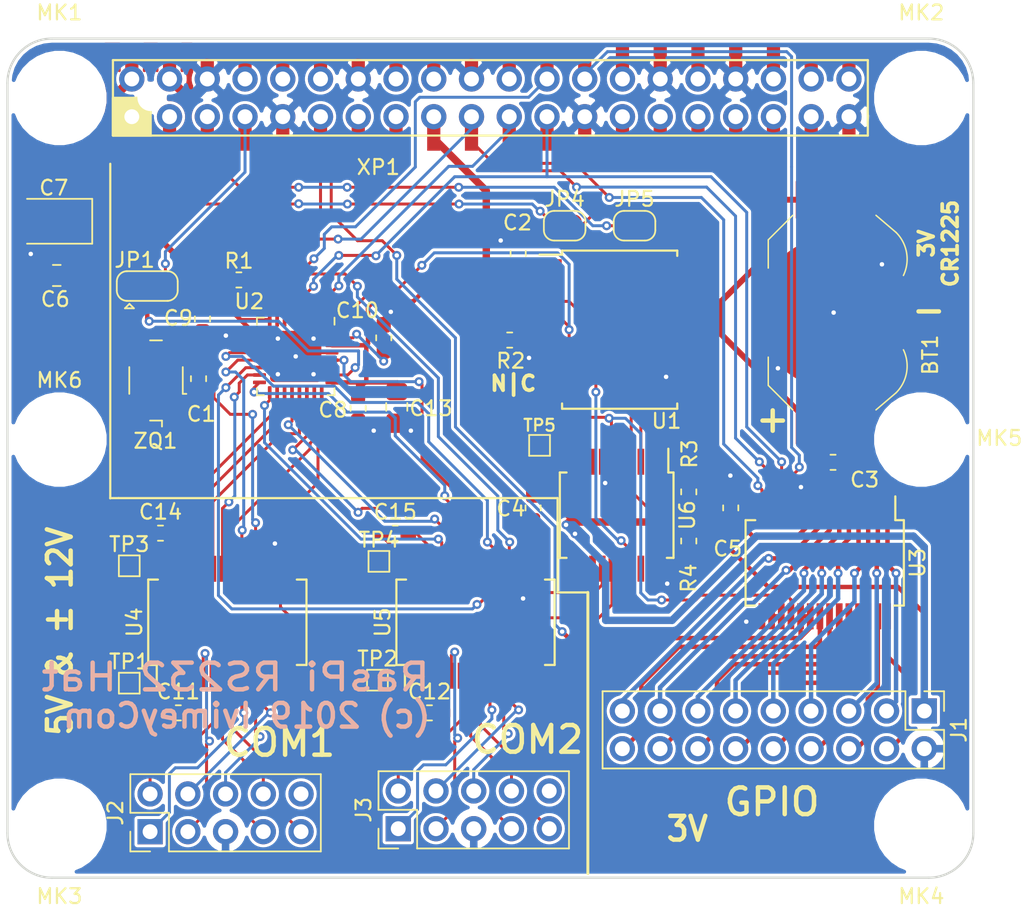
<source format=kicad_pcb>
(kicad_pcb (version 20171130) (host pcbnew "(5.1.0-rc1-139-g5a414a74d)")
  (title_block (title "RasPi Serial Hat") (date 2019-02-26) (rev 1) (company IvimeyCom))
  (layers (0 F.Cu signal) (31 B.Cu signal) (34 B.Paste user hide) (35 F.Paste user hide) (36 B.SilkS user hide) (37 F.SilkS user) (38 B.Mask user hide) (39 F.Mask user hide) (44 Edge.Cuts user))
  (net 0 "")
  (net 1 GND)
  (net 2 RPI_SPI0_SCLK)
  (net 3 RPI_SPI0_MISO)
  (net 4 RPI_SPI0_MOSI)
  (net 5 RPI_SCL)
  (net 6 RPI_SDA)
  (net 7 RPI_GPCLK0)
  (net 8 "Net-(XP1-Pad40)")
  (net 9 "Net-(XP1-Pad38)")
  (net 10 "Net-(XP1-Pad37)")
  (net 11 "Net-(XP1-Pad36)")
  (net 12 "Net-(XP1-Pad35)")
  (net 13 "Net-(XP1-Pad33)")
  (net 14 "Net-(XP1-Pad32)")
  (net 15 "Net-(XP1-Pad31)")
  (net 16 "Net-(XP1-Pad29)")
  (net 17 /CE1)
  (net 18 "Net-(XP1-Pad28)")
  (net 19 "Net-(XP1-Pad27)")
  (net 20 /CE0)
  (net 21 "Net-(XP1-Pad22)")
  (net 22 "Net-(XP1-Pad18)")
  (net 23 "Net-(XP1-Pad16)")
  (net 24 "Net-(XP1-Pad15)")
  (net 25 "Net-(XP1-Pad12)")
  (net 26 ~SER_IRQ_A)
  (net 27 "Net-(XP1-Pad10)")
  (net 28 "Net-(XP1-Pad8)")
  (net 29 +3V3)
  (net 30 +5V)
  (net 31 /+3Vbat)
  (net 32 ~HAT_RST)
  (net 33 /U_V18)
  (net 34 HAT_CLK)
  (net 35 /ZQ_CLK)
  (net 36 "Net-(C11-Pad2)")
  (net 37 "Net-(C11-Pad1)")
  (net 38 "Net-(C12-Pad2)")
  (net 39 "Net-(C12-Pad1)")
  (net 40 "Net-(J1-Pad16)")
  (net 41 "Net-(J1-Pad15)")
  (net 42 "Net-(J1-Pad14)")
  (net 43 "Net-(J1-Pad13)")
  (net 44 "Net-(J1-Pad12)")
  (net 45 "Net-(J1-Pad11)")
  (net 46 "Net-(J1-Pad10)")
  (net 47 "Net-(J1-Pad9)")
  (net 48 "Net-(J1-Pad8)")
  (net 49 "Net-(J1-Pad7)")
  (net 50 "Net-(J1-Pad6)")
  (net 51 "Net-(J1-Pad5)")
  (net 52 "Net-(J1-Pad4)")
  (net 53 "Net-(J1-Pad3)")
  (net 54 "Net-(C14-Pad2)")
  (net 55 "Net-(C14-Pad1)")
  (net 56 "Net-(C15-Pad2)")
  (net 57 "Net-(C15-Pad1)")
  (net 58 "Net-(JP4-Pad2)")
  (net 59 "Net-(JP5-Pad2)")
  (net 60 /~U_DCD)
  (net 61 /~U_RI)
  (net 62 /~U_RTS)
  (net 63 /~U_CTS)
  (net 64 /~U_DSR)
  (net 65 /~U_DTR)
  (net 66 "Net-(J1-Pad18)")
  (net 67 "Net-(J1-Pad17)")
  (net 68 ~SER_IRQ_B)
  (net 69 "Net-(R3-Pad1)")
  (net 70 /~E0_RI)
  (net 71 /~E0_CTS)
  (net 72 /~E0_RTS)
  (net 73 /~E0_DSR)
  (net 74 /~E0_DTR)
  (net 75 /E0_TX)
  (net 76 /E0_RX)
  (net 77 /~E0_DCD)
  (net 78 /~E_RI)
  (net 79 /~E_CTS)
  (net 80 /~E_RTS)
  (net 81 /~E_DSR)
  (net 82 /~E_DTR)
  (net 83 /~E_DCD)
  (net 84 CLK_INT_SW)
  (net 85 /~U0_RI)
  (net 86 /~U0_DCD)
  (net 87 /~U0_RTS)
  (net 88 /U0_RX)
  (net 89 /U0_TX)
  (net 90 /~U0_CTS)
  (net 91 /~U0_DSR)
  (net 92 /~U0_DTR)
  (net 93 U0_DISABLE)
  (net 94 U1_DISABLE)
  (net 95 /E1_TX)
  (net 96 /E1_RX)
  (net 97 /U1_RX)
  (net 98 /U1_TX)
  (net 99 /V0+)
  (net 100 /V1+)
  (net 101 /V0-)
  (net 102 /V1-)
  (module Package_SO:SSOP-28_5.3x10.2mm_P0.65mm (layer F.Cu) (at 126.7 99.9 90)
    (fp_text reference U5 (at 0 -6.25 90) (layer F.SilkS))
    (fp_text value LT1137ACG)
    (pad 28 smd rect (at 3.6 -4.225 90) (size 1.75 0.45) (layers F.Cu F.Paste F.Mask) (net 102 /V1-))
    (pad 27 smd rect (at 3.6 -3.575 90) (size 1.75 0.45) (layers F.Cu F.Paste F.Mask) (net 57 "Net-(C15-Pad1)"))
    (pad 26 smd rect (at 3.6 -2.925 90) (size 1.75 0.45) (layers F.Cu F.Paste F.Mask) (net 56 "Net-(C15-Pad2)"))
    (pad 25 smd rect (at 3.6 -2.275 90) (size 1.75 0.45) (layers F.Cu F.Paste F.Mask) (net 98 /U1_TX))
    (pad 24 smd rect (at 3.6 -1.625 90) (size 1.75 0.45) (layers F.Cu F.Paste F.Mask) (net 97 /U1_RX))
    (pad 23 smd rect (at 3.6 -0.975 90) (size 1.75 0.45) (layers F.Cu F.Paste F.Mask) (net 62 /~U_RTS))
    (pad 22 smd rect (at 3.6 -0.325 90) (size 1.75 0.45) (layers F.Cu F.Paste F.Mask) (net 63 /~U_CTS))
    (pad 21 smd rect (at 3.6 0.325 90) (size 1.75 0.45) (layers F.Cu F.Paste F.Mask) (net 60 /~U_DCD))
    (pad 20 smd rect (at 3.6 0.975 90) (size 1.75 0.45) (layers F.Cu F.Paste F.Mask) (net 64 /~U_DSR))
    (pad 19 smd rect (at 3.6 1.625 90) (size 1.75 0.45) (layers F.Cu F.Paste F.Mask) (net 65 /~U_DTR))
    (pad 18 smd rect (at 3.6 2.275 90) (size 1.75 0.45) (layers F.Cu F.Paste F.Mask) (net 61 /~U_RI))
    (pad 17 smd rect (at 3.6 2.925 90) (size 1.75 0.45) (layers F.Cu F.Paste F.Mask) (net 1 GND))
    (pad 16 smd rect (at 3.6 3.575 90) (size 1.75 0.45) (layers F.Cu F.Paste F.Mask) (net 94 U1_DISABLE))
    (pad 15 smd rect (at 3.6 4.225 90) (size 1.75 0.45) (layers F.Cu F.Paste F.Mask))
    (pad 14 smd rect (at -3.6 4.225 90) (size 1.75 0.45) (layers F.Cu F.Paste F.Mask))
    (pad 13 smd rect (at -3.6 3.575 90) (size 1.75 0.45) (layers F.Cu F.Paste F.Mask) (net 30 +5V))
    (pad 12 smd rect (at -3.6 2.925 90) (size 1.75 0.45) (layers F.Cu F.Paste F.Mask) (net 78 /~E_RI))
    (pad 11 smd rect (at -3.6 2.275 90) (size 1.75 0.45) (layers F.Cu F.Paste F.Mask) (net 82 /~E_DTR))
    (pad 10 smd rect (at -3.6 1.625 90) (size 1.75 0.45) (layers F.Cu F.Paste F.Mask) (net 81 /~E_DSR))
    (pad 9 smd rect (at -3.6 0.975 90) (size 1.75 0.45) (layers F.Cu F.Paste F.Mask) (net 83 /~E_DCD))
    (pad 8 smd rect (at -3.6 0.325 90) (size 1.75 0.45) (layers F.Cu F.Paste F.Mask) (net 79 /~E_CTS))
    (pad 7 smd rect (at -3.6 -0.325 90) (size 1.75 0.45) (layers F.Cu F.Paste F.Mask) (net 80 /~E_RTS))
    (pad 6 smd rect (at -3.6 -0.975 90) (size 1.75 0.45) (layers F.Cu F.Paste F.Mask) (net 96 /E1_RX))
    (pad 5 smd rect (at -3.6 -1.625 90) (size 1.75 0.45) (layers F.Cu F.Paste F.Mask) (net 95 /E1_TX))
    (pad 4 smd rect (at -3.6 -2.275 90) (size 1.75 0.45) (layers F.Cu F.Paste F.Mask) (net 38 "Net-(C12-Pad2)"))
    (pad 3 smd rect (at -3.6 -2.925 90) (size 1.75 0.45) (layers F.Cu F.Paste F.Mask) (net 39 "Net-(C12-Pad1)"))
    (pad 2 smd rect (at -3.6 -3.575 90) (size 1.75 0.45) (layers F.Cu F.Paste F.Mask) (net 30 +5V))
    (pad 1 smd rect (at -3.6 -4.225 90) (size 1.75 0.45) (layers F.Cu F.Paste F.Mask) (net 100 /V1+))
  )
  (module Package_SO:SSOP-28_5.3x10.2mm_P0.65mm (layer F.Cu) (at 110 99.9 90)
    (fp_text reference U4 (at 0 -6.25 90) (layer F.SilkS))
    (fp_text value LT1137ACG)
    (pad 28 smd rect (at 3.6 -4.225 90) (size 1.75 0.45) (layers F.Cu F.Paste F.Mask) (net 101 /V0-))
    (pad 27 smd rect (at 3.6 -3.575 90) (size 1.75 0.45) (layers F.Cu F.Paste F.Mask) (net 55 "Net-(C14-Pad1)"))
    (pad 26 smd rect (at 3.6 -2.925 90) (size 1.75 0.45) (layers F.Cu F.Paste F.Mask) (net 54 "Net-(C14-Pad2)"))
    (pad 25 smd rect (at 3.6 -2.275 90) (size 1.75 0.45) (layers F.Cu F.Paste F.Mask) (net 89 /U0_TX))
    (pad 24 smd rect (at 3.6 -1.625 90) (size 1.75 0.45) (layers F.Cu F.Paste F.Mask) (net 88 /U0_RX))
    (pad 23 smd rect (at 3.6 -0.975 90) (size 1.75 0.45) (layers F.Cu F.Paste F.Mask) (net 87 /~U0_RTS))
    (pad 22 smd rect (at 3.6 -0.325 90) (size 1.75 0.45) (layers F.Cu F.Paste F.Mask) (net 90 /~U0_CTS))
    (pad 21 smd rect (at 3.6 0.325 90) (size 1.75 0.45) (layers F.Cu F.Paste F.Mask) (net 86 /~U0_DCD))
    (pad 20 smd rect (at 3.6 0.975 90) (size 1.75 0.45) (layers F.Cu F.Paste F.Mask) (net 91 /~U0_DSR))
    (pad 19 smd rect (at 3.6 1.625 90) (size 1.75 0.45) (layers F.Cu F.Paste F.Mask) (net 92 /~U0_DTR))
    (pad 18 smd rect (at 3.6 2.275 90) (size 1.75 0.45) (layers F.Cu F.Paste F.Mask) (net 85 /~U0_RI))
    (pad 17 smd rect (at 3.6 2.925 90) (size 1.75 0.45) (layers F.Cu F.Paste F.Mask) (net 1 GND))
    (pad 16 smd rect (at 3.6 3.575 90) (size 1.75 0.45) (layers F.Cu F.Paste F.Mask) (net 93 U0_DISABLE))
    (pad 15 smd rect (at 3.6 4.225 90) (size 1.75 0.45) (layers F.Cu F.Paste F.Mask))
    (pad 14 smd rect (at -3.6 4.225 90) (size 1.75 0.45) (layers F.Cu F.Paste F.Mask))
    (pad 13 smd rect (at -3.6 3.575 90) (size 1.75 0.45) (layers F.Cu F.Paste F.Mask) (net 30 +5V))
    (pad 12 smd rect (at -3.6 2.925 90) (size 1.75 0.45) (layers F.Cu F.Paste F.Mask) (net 70 /~E0_RI))
    (pad 11 smd rect (at -3.6 2.275 90) (size 1.75 0.45) (layers F.Cu F.Paste F.Mask) (net 74 /~E0_DTR))
    (pad 10 smd rect (at -3.6 1.625 90) (size 1.75 0.45) (layers F.Cu F.Paste F.Mask) (net 73 /~E0_DSR))
    (pad 9 smd rect (at -3.6 0.975 90) (size 1.75 0.45) (layers F.Cu F.Paste F.Mask) (net 77 /~E0_DCD))
    (pad 8 smd rect (at -3.6 0.325 90) (size 1.75 0.45) (layers F.Cu F.Paste F.Mask) (net 71 /~E0_CTS))
    (pad 7 smd rect (at -3.6 -0.325 90) (size 1.75 0.45) (layers F.Cu F.Paste F.Mask) (net 72 /~E0_RTS))
    (pad 6 smd rect (at -3.6 -0.975 90) (size 1.75 0.45) (layers F.Cu F.Paste F.Mask) (net 76 /E0_RX))
    (pad 5 smd rect (at -3.6 -1.625 90) (size 1.75 0.45) (layers F.Cu F.Paste F.Mask) (net 75 /E0_TX))
    (pad 4 smd rect (at -3.6 -2.275 90) (size 1.75 0.45) (layers F.Cu F.Paste F.Mask) (net 36 "Net-(C11-Pad2)"))
    (pad 3 smd rect (at -3.6 -2.925 90) (size 1.75 0.45) (layers F.Cu F.Paste F.Mask) (net 37 "Net-(C11-Pad1)"))
    (pad 2 smd rect (at -3.6 -3.575 90) (size 1.75 0.45) (layers F.Cu F.Paste F.Mask) (net 30 +5V))
    (pad 1 smd rect (at -3.6 -4.225 90) (size 1.75 0.45) (layers F.Cu F.Paste F.Mask) (net 99 /V0+))
  )
  (module TestPoint:TestPoint_Pad_1.0x1.0mm (layer F.Cu) (at 120.2 95.8)
    (fp_text reference TP4 (at 0 -1.448) (layer F.SilkS))
    (fp_text value TestPoint)
    (pad 1 smd rect (at 0 0) (size 1 1) (layers F.Cu F.Mask) (net 102 /V1-))
  )
  (module TestPoint:TestPoint_Pad_1.0x1.0mm (layer F.Cu) (at 103.4 96.1)
    (fp_text reference TP3 (at 0 -1.448) (layer F.SilkS))
    (fp_text value TestPoint)
    (pad 1 smd rect (at 0 0) (size 1 1) (layers F.Cu F.Mask) (net 101 /V0-))
  )
  (module TestPoint:TestPoint_Pad_1.0x1.0mm (layer F.Cu) (at 120.1 103.8)
    (fp_text reference TP2 (at 0 -1.448) (layer F.SilkS))
    (fp_text value TestPoint)
    (pad 1 smd rect (at 0 0) (size 1 1) (layers F.Cu F.Mask) (net 100 /V1+))
  )
  (module TestPoint:TestPoint_Pad_1.0x1.0mm (layer F.Cu) (at 103.4 104)
    (fp_text reference TP1 (at 0 -1.448) (layer F.SilkS))
    (fp_text value TestPoint)
    (pad 1 smd rect (at 0 0) (size 1 1) (layers F.Cu F.Mask) (net 99 /V0+))
  )
  (module Connector_PinHeader_2.54mm:PinHeader_2x05_P2.54mm_Vertical (layer F.Cu) (at 121.5 113.8 90)
    (fp_text reference J3 (at 1.27 -2.33 90) (layer F.SilkS))
    (fp_text value Conn_02x05_Odd_Even)
    (pad 10 thru_hole oval (at 2.54 10.16 90) (size 1.7 1.7) (drill 1) (layers *.Cu *.Mask))
    (pad 9 thru_hole oval (at 0 10.16 90) (size 1.7 1.7) (drill 1) (layers *.Cu *.Mask) (net 78 /~E_RI))
    (pad 8 thru_hole oval (at 2.54 7.62 90) (size 1.7 1.7) (drill 1) (layers *.Cu *.Mask) (net 79 /~E_CTS))
    (pad 7 thru_hole oval (at 0 7.62 90) (size 1.7 1.7) (drill 1) (layers *.Cu *.Mask) (net 80 /~E_RTS))
    (pad 6 thru_hole oval (at 2.54 5.08 90) (size 1.7 1.7) (drill 1) (layers *.Cu *.Mask) (net 81 /~E_DSR))
    (pad 5 thru_hole oval (at 0 5.08 90) (size 1.7 1.7) (drill 1) (layers *.Cu *.Mask) (net 1 GND))
    (pad 4 thru_hole oval (at 2.54 2.54 90) (size 1.7 1.7) (drill 1) (layers *.Cu *.Mask) (net 82 /~E_DTR))
    (pad 3 thru_hole oval (at 0 2.54 90) (size 1.7 1.7) (drill 1) (layers *.Cu *.Mask) (net 95 /E1_TX))
    (pad 2 thru_hole oval (at 2.54 0 90) (size 1.7 1.7) (drill 1) (layers *.Cu *.Mask) (net 96 /E1_RX))
    (pad 1 thru_hole rect (at 0 0 90) (size 1.7 1.7) (drill 1) (layers *.Cu *.Mask) (net 83 /~E_DCD))
  )
  (module Connector_PinHeader_2.54mm:PinHeader_2x05_P2.54mm_Vertical (layer F.Cu) (at 104.8 114 90)
    (fp_text reference J2 (at 1.27 -2.33 90) (layer F.SilkS))
    (fp_text value Conn_02x05_Odd_Even)
    (pad 10 thru_hole oval (at 2.54 10.16 90) (size 1.7 1.7) (drill 1) (layers *.Cu *.Mask))
    (pad 9 thru_hole oval (at 0 10.16 90) (size 1.7 1.7) (drill 1) (layers *.Cu *.Mask) (net 70 /~E0_RI))
    (pad 8 thru_hole oval (at 2.54 7.62 90) (size 1.7 1.7) (drill 1) (layers *.Cu *.Mask) (net 71 /~E0_CTS))
    (pad 7 thru_hole oval (at 0 7.62 90) (size 1.7 1.7) (drill 1) (layers *.Cu *.Mask) (net 72 /~E0_RTS))
    (pad 6 thru_hole oval (at 2.54 5.08 90) (size 1.7 1.7) (drill 1) (layers *.Cu *.Mask) (net 73 /~E0_DSR))
    (pad 5 thru_hole oval (at 0 5.08 90) (size 1.7 1.7) (drill 1) (layers *.Cu *.Mask) (net 1 GND))
    (pad 4 thru_hole oval (at 2.54 2.54 90) (size 1.7 1.7) (drill 1) (layers *.Cu *.Mask) (net 74 /~E0_DTR))
    (pad 3 thru_hole oval (at 0 2.54 90) (size 1.7 1.7) (drill 1) (layers *.Cu *.Mask) (net 75 /E0_TX))
    (pad 2 thru_hole oval (at 2.54 0 90) (size 1.7 1.7) (drill 1) (layers *.Cu *.Mask) (net 76 /E0_RX))
    (pad 1 thru_hole rect (at 0 0 90) (size 1.7 1.7) (drill 1) (layers *.Cu *.Mask) (net 77 /~E0_DCD))
  )
  (module Capacitor_SMD:C_0603_1608Metric_Pad1.05x0.95mm_HandSolder (layer F.Cu) (at 121.3 93.9)
    (fp_text reference C15 (at 0 -1.43) (layer F.SilkS))
    (fp_text value 100nF)
    (pad 2 smd roundrect (at 0.875 0) (size 1.05 0.95) (layers F.Cu F.Paste F.Mask) (net 56 "Net-(C15-Pad2)"))
    (pad 1 smd roundrect (at -0.875 0) (size 1.05 0.95) (layers F.Cu F.Paste F.Mask) (net 57 "Net-(C15-Pad1)"))
  )
  (module Capacitor_SMD:C_0603_1608Metric_Pad1.05x0.95mm_HandSolder (layer F.Cu) (at 105.5 93.9)
    (fp_text reference C14 (at 0 -1.43) (layer F.SilkS))
    (fp_text value 100nF)
    (pad 2 smd roundrect (at 0.875 0) (size 1.05 0.95) (layers F.Cu F.Paste F.Mask) (net 54 "Net-(C14-Pad2)"))
    (pad 1 smd roundrect (at -0.875 0) (size 1.05 0.95) (layers F.Cu F.Paste F.Mask) (net 55 "Net-(C14-Pad1)"))
  )
  (module Capacitor_SMD:C_0603_1608Metric_Pad1.05x0.95mm_HandSolder (layer F.Cu) (at 123.6 106)
    (fp_text reference C12 (at 0 -1.43) (layer F.SilkS))
    (fp_text value 100nF)
    (pad 2 smd roundrect (at 0.875 0) (size 1.05 0.95) (layers F.Cu F.Paste F.Mask) (net 38 "Net-(C12-Pad2)"))
    (pad 1 smd roundrect (at -0.875 0) (size 1.05 0.95) (layers F.Cu F.Paste F.Mask) (net 39 "Net-(C12-Pad1)"))
  )
  (module Capacitor_SMD:C_0603_1608Metric_Pad1.05x0.95mm_HandSolder (layer F.Cu) (at 106.7 106)
    (fp_text reference C11 (at 0 -1.43) (layer F.SilkS))
    (fp_text value 100nF)
    (pad 2 smd roundrect (at 0.875 0) (size 1.05 0.95) (layers F.Cu F.Paste F.Mask) (net 36 "Net-(C11-Pad2)"))
    (pad 1 smd roundrect (at -0.875 0) (size 1.05 0.95) (layers F.Cu F.Paste F.Mask) (net 37 "Net-(C11-Pad1)"))
  )
  (module Connector_PinHeader_2.54mm:PinHeader_2x09_P2.54mm_Vertical (layer F.Cu) (at 156.9 105.875 270)
    (fp_text reference J1 (at 1.27 -2.33 270) (layer F.SilkS))
    (fp_text value Conn_02x09_Odd_Even)
    (pad 18 thru_hole oval (at 2.54 20.32 270) (size 1.7 1.7) (drill 1) (layers *.Cu *.Mask) (net 66 "Net-(J1-Pad18)"))
    (pad 17 thru_hole oval (at 0 20.32 270) (size 1.7 1.7) (drill 1) (layers *.Cu *.Mask) (net 67 "Net-(J1-Pad17)"))
    (pad 16 thru_hole oval (at 2.54 17.78 270) (size 1.7 1.7) (drill 1) (layers *.Cu *.Mask) (net 40 "Net-(J1-Pad16)"))
    (pad 15 thru_hole oval (at 0 17.78 270) (size 1.7 1.7) (drill 1) (layers *.Cu *.Mask) (net 41 "Net-(J1-Pad15)"))
    (pad 14 thru_hole oval (at 2.54 15.24 270) (size 1.7 1.7) (drill 1) (layers *.Cu *.Mask) (net 42 "Net-(J1-Pad14)"))
    (pad 13 thru_hole oval (at 0 15.24 270) (size 1.7 1.7) (drill 1) (layers *.Cu *.Mask) (net 43 "Net-(J1-Pad13)"))
    (pad 12 thru_hole oval (at 2.54 12.7 270) (size 1.7 1.7) (drill 1) (layers *.Cu *.Mask) (net 44 "Net-(J1-Pad12)"))
    (pad 11 thru_hole oval (at 0 12.7 270) (size 1.7 1.7) (drill 1) (layers *.Cu *.Mask) (net 45 "Net-(J1-Pad11)"))
    (pad 10 thru_hole oval (at 2.54 10.16 270) (size 1.7 1.7) (drill 1) (layers *.Cu *.Mask) (net 46 "Net-(J1-Pad10)"))
    (pad 9 thru_hole oval (at 0 10.16 270) (size 1.7 1.7) (drill 1) (layers *.Cu *.Mask) (net 47 "Net-(J1-Pad9)"))
    (pad 8 thru_hole oval (at 2.54 7.62 270) (size 1.7 1.7) (drill 1) (layers *.Cu *.Mask) (net 48 "Net-(J1-Pad8)"))
    (pad 7 thru_hole oval (at 0 7.62 270) (size 1.7 1.7) (drill 1) (layers *.Cu *.Mask) (net 49 "Net-(J1-Pad7)"))
    (pad 6 thru_hole oval (at 2.54 5.08 270) (size 1.7 1.7) (drill 1) (layers *.Cu *.Mask) (net 50 "Net-(J1-Pad6)"))
    (pad 5 thru_hole oval (at 0 5.08 270) (size 1.7 1.7) (drill 1) (layers *.Cu *.Mask) (net 51 "Net-(J1-Pad5)"))
    (pad 4 thru_hole oval (at 2.54 2.54 270) (size 1.7 1.7) (drill 1) (layers *.Cu *.Mask) (net 52 "Net-(J1-Pad4)"))
    (pad 3 thru_hole oval (at 0 2.54 270) (size 1.7 1.7) (drill 1) (layers *.Cu *.Mask) (net 53 "Net-(J1-Pad3)"))
    (pad 2 thru_hole oval (at 2.54 0 270) (size 1.7 1.7) (drill 1) (layers *.Cu *.Mask) (net 1 GND))
    (pad 1 thru_hole rect (at 0 0 270) (size 1.7 1.7) (drill 1) (layers *.Cu *.Mask) (net 29 +3V3))
  )
  (module Package_SO:SSOP-20_5.3x7.2mm_P0.65mm (layer F.Cu) (at 136.2 92.69 270)
    (fp_text reference U6 (at 0 -4.75 270) (layer F.SilkS))
    (fp_text value MCP23009-ESS)
    (pad 20 smd rect (at 3.6 -2.925 270) (size 1.75 0.45) (layers F.Cu F.Paste F.Mask) (net 1 GND))
    (pad 19 smd rect (at 3.6 -2.275 270) (size 1.75 0.45) (layers F.Cu F.Paste F.Mask))
    (pad 18 smd rect (at 3.6 -1.625 270) (size 1.75 0.45) (layers F.Cu F.Paste F.Mask))
    (pad 17 smd rect (at 3.6 -0.975 270) (size 1.75 0.45) (layers F.Cu F.Paste F.Mask) (net 84 CLK_INT_SW))
    (pad 16 smd rect (at 3.6 -0.325 270) (size 1.75 0.45) (layers F.Cu F.Paste F.Mask))
    (pad 15 smd rect (at 3.6 0.325 270) (size 1.75 0.45) (layers F.Cu F.Paste F.Mask) (net 93 U0_DISABLE))
    (pad 14 smd rect (at 3.6 0.975 270) (size 1.75 0.45) (layers F.Cu F.Paste F.Mask) (net 94 U1_DISABLE))
    (pad 13 smd rect (at 3.6 1.625 270) (size 1.75 0.45) (layers F.Cu F.Paste F.Mask))
    (pad 12 smd rect (at 3.6 2.275 270) (size 1.75 0.45) (layers F.Cu F.Paste F.Mask))
    (pad 11 smd rect (at 3.6 2.925 270) (size 1.75 0.45) (layers F.Cu F.Paste F.Mask))
    (pad 10 smd rect (at -3.6 2.925 270) (size 1.75 0.45) (layers F.Cu F.Paste F.Mask))
    (pad 9 smd rect (at -3.6 2.275 270) (size 1.75 0.45) (layers F.Cu F.Paste F.Mask))
    (pad 8 smd rect (at -3.6 1.625 270) (size 1.75 0.45) (layers F.Cu F.Paste F.Mask))
    (pad 7 smd rect (at -3.6 0.975 270) (size 1.75 0.45) (layers F.Cu F.Paste F.Mask) (net 1 GND))
    (pad 6 smd rect (at -3.6 0.325 270) (size 1.75 0.45) (layers F.Cu F.Paste F.Mask) (net 32 ~HAT_RST))
    (pad 5 smd rect (at -3.6 -0.325 270) (size 1.75 0.45) (layers F.Cu F.Paste F.Mask) (net 69 "Net-(R3-Pad1)"))
    (pad 4 smd rect (at -3.6 -0.975 270) (size 1.75 0.45) (layers F.Cu F.Paste F.Mask) (net 6 RPI_SDA))
    (pad 3 smd rect (at -3.6 -1.625 270) (size 1.75 0.45) (layers F.Cu F.Paste F.Mask) (net 5 RPI_SCL))
    (pad 2 smd rect (at -3.6 -2.275 270) (size 1.75 0.45) (layers F.Cu F.Paste F.Mask))
    (pad 1 smd rect (at -3.6 -2.925 270) (size 1.75 0.45) (layers F.Cu F.Paste F.Mask) (net 29 +3V3))
  )
  (module Resistor_SMD:R_0603_1608Metric_Pad1.05x0.95mm_HandSolder (layer F.Cu) (at 141.05 94.43 270)
    (fp_text reference R4 (at 2.5 0 270) (layer F.SilkS))
    (fp_text value R)
    (pad 2 smd roundrect (at 0.875 0 270) (size 1.05 0.95) (layers F.Cu F.Paste F.Mask) (net 1 GND))
    (pad 1 smd roundrect (at -0.875 0 270) (size 1.05 0.95) (layers F.Cu F.Paste F.Mask) (net 69 "Net-(R3-Pad1)"))
  )
  (module Resistor_SMD:R_0603_1608Metric_Pad1.05x0.95mm_HandSolder (layer F.Cu) (at 141.05 91.12 90)
    (fp_text reference R3 (at 2.55 0.05 90) (layer F.SilkS))
    (fp_text value R)
    (pad 2 smd roundrect (at 0.875 0 90) (size 1.05 0.95) (layers F.Cu F.Paste F.Mask) (net 29 +3V3))
    (pad 1 smd roundrect (at -0.875 0 90) (size 1.05 0.95) (layers F.Cu F.Paste F.Mask) (net 69 "Net-(R3-Pad1)"))
  )
  (module TestPoint:TestPoint_Pad_1.0x1.0mm (layer F.Cu) (at 131.01 87.99 90)
    (fp_text reference TP5 (at 1.35 0 180) (layer F.SilkS) (effects (font (size 0.8 0.8))))
    (fp_text value TestPoint)
    (pad 1 smd rect (at 0 0 90) (size 1 1) (layers F.Cu F.Mask) (net 32 ~HAT_RST))
  )
  (module Capacitor_SMD:C_0603_1608Metric_Pad1.05x0.95mm_HandSolder (layer F.Cu) (at 150.76 89.13 180)
    (fp_text reference C3 (at -2.125 -1.175) (layer F.SilkS))
    (fp_text value 100nF)
    (pad 2 smd roundrect (at 0.875 0 180) (size 1.05 0.95) (layers F.Cu F.Paste F.Mask) (net 1 GND))
    (pad 1 smd roundrect (at -0.875 0 180) (size 1.05 0.95) (layers F.Cu F.Paste F.Mask) (net 31 /+3Vbat))
  )
  (module Resistor_SMD:R_0603_1608Metric_Pad1.05x0.95mm_HandSolder (layer F.Cu) (at 129 80.9 180)
    (fp_text reference R2 (at -0.07 -1.4 180) (layer F.SilkS))
    (fp_text value NC)
    (pad 2 smd roundrect (at 0.875 0 180) (size 1.05 0.95) (layers F.Cu F.Paste F.Mask) (net 29 +3V3))
    (pad 1 smd roundrect (at -0.875 0 180) (size 1.05 0.95) (layers F.Cu F.Paste F.Mask) (net 32 ~HAT_RST))
  )
  (module Capacitor_SMD:C_0603_1608Metric_Pad1.05x0.95mm_HandSolder (layer F.Cu) (at 130.575 92.2 270)
    (fp_text reference C4 (at 0.05 1.5) (layer F.SilkS))
    (fp_text value C)
    (pad 2 smd roundrect (at 0.875 0 270) (size 1.05 0.95) (layers F.Cu F.Paste F.Mask) (net 1 GND))
    (pad 1 smd roundrect (at -0.875 0 270) (size 1.05 0.95) (layers F.Cu F.Paste F.Mask) (net 29 +3V3))
  )
  (module hat:M2.5_Mounting_Hole (layer F.Cu) (at 98.7 87.6)
    (fp_text reference MK6 (at 0 -4) (layer F.SilkS))
    (fp_text value MountingHole)
    (pad "" np_thru_hole circle (at 0 0) (size 2.75 2.75) (drill 2.75) (layers *.Cu *.Mask) (clearance 1.8))
  )
  (module hat:M2.5_Mounting_Hole (layer F.Cu) (at 156.7 87.6)
    (fp_text reference MK5 (at 5.25 -0.1) (layer F.SilkS))
    (fp_text value MountingHole)
    (pad "" np_thru_hole circle (at 0 0) (size 2.75 2.75) (drill 2.75) (layers *.Cu *.Mask) (clearance 1.8))
  )
  (module Package_SO:SSOP-28_5.3x10.2mm_P0.65mm (layer F.Cu) (at 150.2 95.9 270)
    (fp_text reference U3 (at 0 -6.25 270) (layer F.SilkS))
    (fp_text value MCP23S17_SS)
    (pad 28 smd rect (at 3.6 -4.225 270) (size 1.75 0.45) (layers F.Cu F.Paste F.Mask) (net 52 "Net-(J1-Pad4)"))
    (pad 27 smd rect (at 3.6 -3.575 270) (size 1.75 0.45) (layers F.Cu F.Paste F.Mask) (net 50 "Net-(J1-Pad6)"))
    (pad 26 smd rect (at 3.6 -2.925 270) (size 1.75 0.45) (layers F.Cu F.Paste F.Mask) (net 48 "Net-(J1-Pad8)"))
    (pad 25 smd rect (at 3.6 -2.275 270) (size 1.75 0.45) (layers F.Cu F.Paste F.Mask) (net 46 "Net-(J1-Pad10)"))
    (pad 24 smd rect (at 3.6 -1.625 270) (size 1.75 0.45) (layers F.Cu F.Paste F.Mask) (net 44 "Net-(J1-Pad12)"))
    (pad 23 smd rect (at 3.6 -0.975 270) (size 1.75 0.45) (layers F.Cu F.Paste F.Mask) (net 42 "Net-(J1-Pad14)"))
    (pad 22 smd rect (at 3.6 -0.325 270) (size 1.75 0.45) (layers F.Cu F.Paste F.Mask) (net 40 "Net-(J1-Pad16)"))
    (pad 21 smd rect (at 3.6 0.325 270) (size 1.75 0.45) (layers F.Cu F.Paste F.Mask) (net 66 "Net-(J1-Pad18)"))
    (pad 20 smd rect (at 3.6 0.975 270) (size 1.75 0.45) (layers F.Cu F.Paste F.Mask) (net 68 ~SER_IRQ_B))
    (pad 19 smd rect (at 3.6 1.625 270) (size 1.75 0.45) (layers F.Cu F.Paste F.Mask) (net 68 ~SER_IRQ_B))
    (pad 18 smd rect (at 3.6 2.275 270) (size 1.75 0.45) (layers F.Cu F.Paste F.Mask) (net 32 ~HAT_RST))
    (pad 17 smd rect (at 3.6 2.925 270) (size 1.75 0.45) (layers F.Cu F.Paste F.Mask) (net 1 GND))
    (pad 16 smd rect (at 3.6 3.575 270) (size 1.75 0.45) (layers F.Cu F.Paste F.Mask) (net 1 GND))
    (pad 15 smd rect (at 3.6 4.225 270) (size 1.75 0.45) (layers F.Cu F.Paste F.Mask) (net 1 GND))
    (pad 14 smd rect (at -3.6 4.225 270) (size 1.75 0.45) (layers F.Cu F.Paste F.Mask) (net 3 RPI_SPI0_MISO))
    (pad 13 smd rect (at -3.6 3.575 270) (size 1.75 0.45) (layers F.Cu F.Paste F.Mask) (net 4 RPI_SPI0_MOSI))
    (pad 12 smd rect (at -3.6 2.925 270) (size 1.75 0.45) (layers F.Cu F.Paste F.Mask) (net 2 RPI_SPI0_SCLK))
    (pad 11 smd rect (at -3.6 2.275 270) (size 1.75 0.45) (layers F.Cu F.Paste F.Mask) (net 17 /CE1))
    (pad 10 smd rect (at -3.6 1.625 270) (size 1.75 0.45) (layers F.Cu F.Paste F.Mask) (net 1 GND))
    (pad 9 smd rect (at -3.6 0.975 270) (size 1.75 0.45) (layers F.Cu F.Paste F.Mask) (net 29 +3V3))
    (pad 8 smd rect (at -3.6 0.325 270) (size 1.75 0.45) (layers F.Cu F.Paste F.Mask) (net 67 "Net-(J1-Pad17)"))
    (pad 7 smd rect (at -3.6 -0.325 270) (size 1.75 0.45) (layers F.Cu F.Paste F.Mask) (net 41 "Net-(J1-Pad15)"))
    (pad 6 smd rect (at -3.6 -0.975 270) (size 1.75 0.45) (layers F.Cu F.Paste F.Mask) (net 43 "Net-(J1-Pad13)"))
    (pad 5 smd rect (at -3.6 -1.625 270) (size 1.75 0.45) (layers F.Cu F.Paste F.Mask) (net 45 "Net-(J1-Pad11)"))
    (pad 4 smd rect (at -3.6 -2.275 270) (size 1.75 0.45) (layers F.Cu F.Paste F.Mask) (net 47 "Net-(J1-Pad9)"))
    (pad 3 smd rect (at -3.6 -2.925 270) (size 1.75 0.45) (layers F.Cu F.Paste F.Mask) (net 49 "Net-(J1-Pad7)"))
    (pad 2 smd rect (at -3.6 -3.575 270) (size 1.75 0.45) (layers F.Cu F.Paste F.Mask) (net 51 "Net-(J1-Pad5)"))
    (pad 1 smd rect (at -3.6 -4.225 270) (size 1.75 0.45) (layers F.Cu F.Paste F.Mask) (net 53 "Net-(J1-Pad3)"))
  )
  (module Jumper:SolderJumper-2_P1.3mm_Open_RoundedPad1.0x1.5mm (layer F.Cu) (at 137.4 73.2)
    (fp_text reference JP5 (at 0 -1.8) (layer F.SilkS))
    (fp_text value Jumper_2_Open)
    (pad 2 smd custom (at 0.65 0) (size 1 0.5) (layers F.Cu F.Mask) (net 59 "Net-(JP5-Pad2)") (options (clearance outline) (anchor rect)) (primitives (gr_circle (center 0 0.25) (end 0.5 0.25) (width 0)) (gr_circle (center 0 -0.25) (end 0.5 -0.25) (width 0)) (gr_poly (pts (xy 0 -0.75) (xy -0.5 -0.75) (xy -0.5 0.75) (xy 0 0.75)) (width 0))))
    (pad 1 smd custom (at -0.65 0) (size 1 0.5) (layers F.Cu F.Mask) (net 5 RPI_SCL) (options (clearance outline) (anchor rect)) (primitives (gr_circle (center 0 0.25) (end 0.5 0.25) (width 0)) (gr_circle (center 0 -0.25) (end 0.5 -0.25) (width 0)) (gr_poly (pts (xy 0 -0.75) (xy 0.5 -0.75) (xy 0.5 0.75) (xy 0 0.75)) (width 0))))
  )
  (module Jumper:SolderJumper-2_P1.3mm_Open_RoundedPad1.0x1.5mm (layer F.Cu) (at 132.7 73.2)
    (fp_text reference JP4 (at 0 -1.8) (layer F.SilkS))
    (fp_text value Jumper_2_Open)
    (pad 2 smd custom (at 0.65 0) (size 1 0.5) (layers F.Cu F.Mask) (net 58 "Net-(JP4-Pad2)") (options (clearance outline) (anchor rect)) (primitives (gr_circle (center 0 0.25) (end 0.5 0.25) (width 0)) (gr_circle (center 0 -0.25) (end 0.5 -0.25) (width 0)) (gr_poly (pts (xy 0 -0.75) (xy -0.5 -0.75) (xy -0.5 0.75) (xy 0 0.75)) (width 0))))
    (pad 1 smd custom (at -0.65 0) (size 1 0.5) (layers F.Cu F.Mask) (net 6 RPI_SDA) (options (clearance outline) (anchor rect)) (primitives (gr_circle (center 0 0.25) (end 0.5 0.25) (width 0)) (gr_circle (center 0 -0.25) (end 0.5 -0.25) (width 0)) (gr_poly (pts (xy 0 -0.75) (xy 0.5 -0.75) (xy 0.5 0.75) (xy 0 0.75)) (width 0))))
  )
  (module Capacitor_SMD:C_0805_2012Metric_Pad1.15x1.40mm_HandSolder (layer F.Cu) (at 121.4 85.4 270)
    (fp_text reference C13 (at 0.1 -2.3) (layer F.SilkS))
    (fp_text value C)
    (pad 2 smd roundrect (at 1.025 0 270) (size 1.15 1.4) (layers F.Cu F.Paste F.Mask) (roundrect_rratio 0.217391) (net 1 GND))
    (pad 1 smd roundrect (at -1.025 0 270) (size 1.15 1.4) (layers F.Cu F.Paste F.Mask) (roundrect_rratio 0.217391) (net 29 +3V3))
  )
  (module Capacitor_SMD:C_0603_1608Metric_Pad1.05x0.95mm_HandSolder (layer F.Cu) (at 118.8 85.5 270)
    (fp_text reference C8 (at 0.1 1.7) (layer F.SilkS))
    (fp_text value C)
    (pad 2 smd roundrect (at 0.875 0 270) (size 1.05 0.95) (layers F.Cu F.Paste F.Mask) (net 1 GND))
    (pad 1 smd roundrect (at -0.875 0 270) (size 1.05 0.95) (layers F.Cu F.Paste F.Mask) (net 29 +3V3))
  )
  (module Capacitor_SMD:C_0603_1608Metric_Pad1.05x0.95mm_HandSolder (layer F.Cu) (at 108.06 83.5 90)
    (fp_text reference C1 (at -2.38 0.18) (layer F.SilkS))
    (fp_text value 100nF)
    (pad 2 smd roundrect (at 0.875 0 90) (size 1.05 0.95) (layers F.Cu F.Paste F.Mask) (net 1 GND))
    (pad 1 smd roundrect (at -0.875 0 90) (size 1.05 0.95) (layers F.Cu F.Paste F.Mask) (net 29 +3V3))
  )
  (module Capacitor_Tantalum_SMD:CP_EIA-3528-12_Kemet-T_Pad1.50x2.35mm_HandSolder (layer F.Cu) (at 98.27 72.9 180)
    (fp_text reference C7 (at -0.05 2.25 180) (layer F.SilkS))
    (fp_text value C)
    (pad 2 smd roundrect (at 1.625 0 180) (size 1.5 2.35) (layers F.Cu F.Paste F.Mask) (roundrect_rratio 0.166667) (net 1 GND))
    (pad 1 smd roundrect (at -1.625 0 180) (size 1.5 2.35) (layers F.Cu F.Paste F.Mask) (roundrect_rratio 0.166667) (net 30 +5V))
  )
  (module Capacitor_SMD:C_0805_2012Metric_Pad1.15x1.40mm_HandSolder (layer F.Cu) (at 98.52 76.55 180)
    (fp_text reference C6 (at 0.1 -1.6 180) (layer F.SilkS))
    (fp_text value C)
    (pad 2 smd roundrect (at 1.025 0 180) (size 1.15 1.4) (layers F.Cu F.Paste F.Mask) (roundrect_rratio 0.217391) (net 1 GND))
    (pad 1 smd roundrect (at -1.025 0 180) (size 1.15 1.4) (layers F.Cu F.Paste F.Mask) (roundrect_rratio 0.217391) (net 30 +5V))
  )
  (module Battery:BatteryHolder_LINX_BAT-HLD-012-SMT (layer F.Cu) (at 150.8 79.05 90)
    (fp_text reference BT1 (at -2.85 6.5 90) (layer F.SilkS))
    (fp_text value Battery_Cell)
    (pad 2 smd circle (at 0 0 90) (size 10.2 10.2) (layers F.Cu F.Paste F.Mask) (net 1 GND))
    (pad 1 smd rect (at 7.6 0 90) (size 2.5 5.1) (layers F.Cu F.Paste F.Mask) (net 31 /+3Vbat))
    (pad 1 smd rect (at -7.6 0 90) (size 2.5 5.1) (layers F.Cu F.Paste F.Mask) (net 31 /+3Vbat))
  )
  (module Package_DFN_QFN:QFN-32-1EP_5x5mm_P0.5mm_EP3.45x3.45mm (layer F.Cu) (at 114.6 82 270)
    (fp_text reference U2 (at -3.7 3.125) (layer F.SilkS))
    (fp_text value MAX3109)
    (pad 32 smd roundrect (at -1.75 -2.4375 270) (size 0.25 0.875) (layers F.Cu F.Paste F.Mask) (net 29 +3V3))
    (pad 31 smd roundrect (at -1.25 -2.4375 270) (size 0.25 0.875) (layers F.Cu F.Paste F.Mask) (net 33 /U_V18))
    (pad 30 smd roundrect (at -0.75 -2.4375 270) (size 0.25 0.875) (layers F.Cu F.Paste F.Mask) (net 29 +3V3))
    (pad 29 smd roundrect (at -0.25 -2.4375 270) (size 0.25 0.875) (layers F.Cu F.Paste F.Mask) (net 1 GND))
    (pad 28 smd roundrect (at 0.25 -2.4375 270) (size 0.25 0.875) (layers F.Cu F.Paste F.Mask) (net 60 /~U_DCD))
    (pad 27 smd roundrect (at 0.75 -2.4375 270) (size 0.25 0.875) (layers F.Cu F.Paste F.Mask))
    (pad 26 smd roundrect (at 1.25 -2.4375 270) (size 0.25 0.875) (layers F.Cu F.Paste F.Mask) (net 34 HAT_CLK))
    (pad 25 smd roundrect (at 1.75 -2.4375 270) (size 0.25 0.875) (layers F.Cu F.Paste F.Mask) (net 29 +3V3))
    (pad 24 smd roundrect (at 2.4375 -1.75 270) (size 0.875 0.25) (layers F.Cu F.Paste F.Mask) (net 85 /~U0_RI))
    (pad 23 smd roundrect (at 2.4375 -1.25 270) (size 0.875 0.25) (layers F.Cu F.Paste F.Mask) (net 86 /~U0_DCD))
    (pad 22 smd roundrect (at 2.4375 -0.75 270) (size 0.875 0.25) (layers F.Cu F.Paste F.Mask) (net 62 /~U_RTS))
    (pad 21 smd roundrect (at 2.4375 -0.25 270) (size 0.875 0.25) (layers F.Cu F.Paste F.Mask) (net 87 /~U0_RTS))
    (pad 20 smd roundrect (at 2.4375 0.25 270) (size 0.875 0.25) (layers F.Cu F.Paste F.Mask) (net 97 /U1_RX))
    (pad 19 smd roundrect (at 2.4375 0.75 270) (size 0.875 0.25) (layers F.Cu F.Paste F.Mask) (net 88 /U0_RX))
    (pad 18 smd roundrect (at 2.4375 1.25 270) (size 0.875 0.25) (layers F.Cu F.Paste F.Mask) (net 89 /U0_TX))
    (pad 17 smd roundrect (at 2.4375 1.75 270) (size 0.875 0.25) (layers F.Cu F.Paste F.Mask) (net 98 /U1_TX))
    (pad 16 smd roundrect (at 1.75 2.4375 270) (size 0.25 0.875) (layers F.Cu F.Paste F.Mask) (net 63 /~U_CTS))
    (pad 15 smd roundrect (at 1.25 2.4375 270) (size 0.25 0.875) (layers F.Cu F.Paste F.Mask) (net 90 /~U0_CTS))
    (pad 14 smd roundrect (at 0.75 2.4375 270) (size 0.25 0.875) (layers F.Cu F.Paste F.Mask) (net 64 /~U_DSR))
    (pad 13 smd roundrect (at 0.25 2.4375 270) (size 0.25 0.875) (layers F.Cu F.Paste F.Mask) (net 91 /~U0_DSR))
    (pad 12 smd roundrect (at -0.25 2.4375 270) (size 0.25 0.875) (layers F.Cu F.Paste F.Mask) (net 65 /~U_DTR))
    (pad 11 smd roundrect (at -0.75 2.4375 270) (size 0.25 0.875) (layers F.Cu F.Paste F.Mask) (net 92 /~U0_DTR))
    (pad 10 smd roundrect (at -1.25 2.4375 270) (size 0.25 0.875) (layers F.Cu F.Paste F.Mask) (net 1 GND))
    (pad 9 smd roundrect (at -1.75 2.4375 270) (size 0.25 0.875) (layers F.Cu F.Paste F.Mask) (net 29 +3V3))
    (pad 8 smd roundrect (at -2.4375 1.75 270) (size 0.875 0.25) (layers F.Cu F.Paste F.Mask) (net 29 +3V3))
    (pad 7 smd roundrect (at -2.4375 1.25 270) (size 0.875 0.25) (layers F.Cu F.Paste F.Mask) (net 26 ~SER_IRQ_A))
    (pad 6 smd roundrect (at -2.4375 0.75 270) (size 0.875 0.25) (layers F.Cu F.Paste F.Mask) (net 4 RPI_SPI0_MOSI))
    (pad 5 smd roundrect (at -2.4375 0.25 270) (size 0.875 0.25) (layers F.Cu F.Paste F.Mask) (net 20 /CE0))
    (pad 4 smd roundrect (at -2.4375 -0.25 270) (size 0.875 0.25) (layers F.Cu F.Paste F.Mask) (net 61 /~U_RI))
    (pad 3 smd roundrect (at -2.4375 -0.75 270) (size 0.875 0.25) (layers F.Cu F.Paste F.Mask) (net 2 RPI_SPI0_SCLK))
    (pad 2 smd roundrect (at -2.4375 -1.25 270) (size 0.875 0.25) (layers F.Cu F.Paste F.Mask) (net 3 RPI_SPI0_MISO))
    (pad 1 smd roundrect (at -2.4375 -1.75 270) (size 0.875 0.25) (layers F.Cu F.Paste F.Mask) (net 32 ~HAT_RST))
    (pad 33 smd roundrect (at 0 0 270) (size 3.45 3.45) (layers F.Cu F.Mask) (roundrect_rratio 0.072464) (net 1 GND))
  )
  (module Crystal:Crystal_SMD_Abracon_ABM3B-4Pin_5.0x3.2mm (layer F.Cu) (at 105.2 83.62 90)
    (fp_text reference ZQ1 (at -4.07 -0.04) (layer F.SilkS))
    (fp_text value ASFL1-oscillator)
    (pad 4 smd rect (at -2 -1.2 90) (size 1.8 1.2) (layers F.Cu F.Paste F.Mask) (net 29 +3V3))
    (pad 3 smd rect (at 2 -1.2 90) (size 1.8 1.2) (layers F.Cu F.Paste F.Mask) (net 35 /ZQ_CLK))
    (pad 2 smd rect (at 2 1.2 90) (size 1.8 1.2) (layers F.Cu F.Paste F.Mask) (net 1 GND))
    (pad 1 smd rect (at -2 1.2 90) (size 1.8 1.2) (layers F.Cu F.Paste F.Mask) (net 29 +3V3))
  )
  (module Jumper:SolderJumper-3_P1.3mm_Open_RoundedPad1.0x1.5mm (layer F.Cu) (at 104.61 77.26)
    (fp_text reference JP1 (at -0.85 -1.75) (layer F.SilkS))
    (fp_text value Jumper_3_Open)
    (pad 2 smd rect (at 0 0) (size 1 1.5) (layers F.Cu F.Mask) (net 34 HAT_CLK))
    (pad 3 smd custom (at 1.3 0) (size 1 0.5) (layers F.Cu F.Mask) (net 7 RPI_GPCLK0) (options (clearance outline) (anchor rect)) (primitives (gr_circle (center 0 0.25) (end 0.5 0.25) (width 0)) (gr_circle (center 0 -0.25) (end 0.5 -0.25) (width 0)) (gr_poly (pts (xy -0.55 -0.75) (xy 0 -0.75) (xy 0 0.75) (xy -0.55 0.75)) (width 0))))
    (pad 1 smd custom (at -1.3 0) (size 1 0.5) (layers F.Cu F.Mask) (net 35 /ZQ_CLK) (options (clearance outline) (anchor rect)) (primitives (gr_circle (center 0 0.25) (end 0.5 0.25) (width 0)) (gr_circle (center 0 -0.25) (end 0.5 -0.25) (width 0)) (gr_poly (pts (xy 0.55 -0.75) (xy 0 -0.75) (xy 0 0.75) (xy 0.55 0.75)) (width 0))))
  )
  (module Capacitor_SMD:C_0603_1608Metric_Pad1.05x0.95mm_HandSolder (layer F.Cu) (at 120.525 80.75 90)
    (fp_text reference C10 (at 1.85 -1.775 180) (layer F.SilkS))
    (fp_text value 100nF)
    (pad 2 smd roundrect (at 0.875 0 90) (size 1.05 0.95) (layers F.Cu F.Paste F.Mask) (net 1 GND))
    (pad 1 smd roundrect (at -0.875 0 90) (size 1.05 0.95) (layers F.Cu F.Paste F.Mask) (net 33 /U_V18))
  )
  (module Capacitor_SMD:C_0603_1608Metric_Pad1.05x0.95mm_HandSolder (layer F.Cu) (at 108.325 79.475 270)
    (fp_text reference C9 (at -0.055 1.625 180) (layer F.SilkS))
    (fp_text value 100nF)
    (pad 2 smd roundrect (at 0.875 0 270) (size 1.05 0.95) (layers F.Cu F.Paste F.Mask) (net 1 GND))
    (pad 1 smd roundrect (at -0.875 0 270) (size 1.05 0.95) (layers F.Cu F.Paste F.Mask) (net 29 +3V3))
  )
  (module Capacitor_SMD:C_0603_1608Metric_Pad1.05x0.95mm_HandSolder (layer F.Cu) (at 143.875 92.2 90)
    (fp_text reference C5 (at -2.75 -0.2 -180) (layer F.SilkS))
    (fp_text value C)
    (pad 2 smd roundrect (at 0.875 0 90) (size 1.05 0.95) (layers F.Cu F.Paste F.Mask) (net 1 GND))
    (pad 1 smd roundrect (at -0.875 0 90) (size 1.05 0.95) (layers F.Cu F.Paste F.Mask) (net 29 +3V3))
  )
  (module Capacitor_SMD:C_0603_1608Metric_Pad1.05x0.95mm_HandSolder (layer F.Cu) (at 129.57 75.07 90)
    (fp_text reference C2 (at 2.075 -0.05 180) (layer F.SilkS))
    (fp_text value 100nF)
    (pad 2 smd roundrect (at 0.875 0 90) (size 1.05 0.95) (layers F.Cu F.Paste F.Mask) (net 1 GND))
    (pad 1 smd roundrect (at -0.875 0 90) (size 1.05 0.95) (layers F.Cu F.Paste F.Mask) (net 29 +3V3))
  )
  (module Resistor_SMD:R_0603_1608Metric_Pad1.05x0.95mm_HandSolder (layer F.Cu) (at 110.775 76.85 180)
    (fp_text reference R1 (at -0.005 1.28 180) (layer F.SilkS))
    (fp_text value 10K)
    (pad 2 smd roundrect (at 0.875 0 180) (size 1.05 0.95) (layers F.Cu F.Paste F.Mask) (net 29 +3V3))
    (pad 1 smd roundrect (at -0.875 0 180) (size 1.05 0.95) (layers F.Cu F.Paste F.Mask) (net 26 ~SER_IRQ_A))
  )
  (module Package_SO:SOIC-16W_7.5x10.3mm_P1.27mm (layer F.Cu) (at 136.4 80.2)
    (fp_text reference U1 (at 3.15 6.15) (layer F.SilkS))
    (fp_text value DS3231)
    (pad 16 smd rect (at 4.65 -4.445) (size 1.5 0.6) (layers F.Cu F.Paste F.Mask) (net 59 "Net-(JP5-Pad2)"))
    (pad 15 smd rect (at 4.65 -3.175) (size 1.5 0.6) (layers F.Cu F.Paste F.Mask) (net 58 "Net-(JP4-Pad2)"))
    (pad 14 smd rect (at 4.65 -1.905) (size 1.5 0.6) (layers F.Cu F.Paste F.Mask) (net 31 /+3Vbat))
    (pad 13 smd rect (at 4.65 -0.635) (size 1.5 0.6) (layers F.Cu F.Paste F.Mask) (net 1 GND))
    (pad 12 smd rect (at 4.65 0.635) (size 1.5 0.6) (layers F.Cu F.Paste F.Mask) (net 1 GND))
    (pad 11 smd rect (at 4.65 1.905) (size 1.5 0.6) (layers F.Cu F.Paste F.Mask) (net 1 GND))
    (pad 10 smd rect (at 4.65 3.175) (size 1.5 0.6) (layers F.Cu F.Paste F.Mask) (net 1 GND))
    (pad 9 smd rect (at 4.65 4.445) (size 1.5 0.6) (layers F.Cu F.Paste F.Mask) (net 1 GND))
    (pad 8 smd rect (at -4.65 4.445) (size 1.5 0.6) (layers F.Cu F.Paste F.Mask) (net 1 GND))
    (pad 7 smd rect (at -4.65 3.175) (size 1.5 0.6) (layers F.Cu F.Paste F.Mask) (net 1 GND))
    (pad 6 smd rect (at -4.65 1.905) (size 1.5 0.6) (layers F.Cu F.Paste F.Mask) (net 1 GND))
    (pad 5 smd rect (at -4.65 0.635) (size 1.5 0.6) (layers F.Cu F.Paste F.Mask) (net 1 GND))
    (pad 4 smd rect (at -4.65 -0.635) (size 1.5 0.6) (layers F.Cu F.Paste F.Mask) (net 32 ~HAT_RST))
    (pad 3 smd rect (at -4.65 -1.905) (size 1.5 0.6) (layers F.Cu F.Paste F.Mask) (net 84 CLK_INT_SW))
    (pad 2 smd rect (at -4.65 -3.175) (size 1.5 0.6) (layers F.Cu F.Paste F.Mask) (net 29 +3V3))
    (pad 1 smd rect (at -4.65 -4.445) (size 1.5 0.6) (layers F.Cu F.Paste F.Mask))
  )
  (module hat:RaspberryPi-40Pin_P2.54mm (layer F.Cu) (at 127.7 64.59)
    (fp_text reference XP1 (at -7.54 4.67) (layer F.SilkS))
    (fp_text value Rpi_40PIN)
    (pad "" np_thru_hole circle (at 22.86 0) (size 1.78 1.78) (drill 1.78) (layers *.Cu *.Mask))
    (pad "" np_thru_hole circle (at -22.86 0) (size 1.78 1.78) (drill 1.78) (layers *.Cu *.Mask))
    (pad 40 smd rect (at 24.13 -2.72) (size 0.889 1.68) (layers F.Cu F.Paste F.Mask) (net 8 "Net-(XP1-Pad40)"))
    (pad 39 smd rect (at 24.13 2.72) (size 0.889 1.68) (layers F.Cu F.Paste F.Mask) (net 1 GND))
    (pad 38 smd rect (at 21.59 -2.72) (size 0.889 1.68) (layers F.Cu F.Paste F.Mask) (net 9 "Net-(XP1-Pad38)"))
    (pad 37 smd rect (at 21.59 2.72) (size 0.889 1.68) (layers F.Cu F.Paste F.Mask) (net 10 "Net-(XP1-Pad37)"))
    (pad 36 smd rect (at 19.05 -2.72) (size 0.889 1.68) (layers F.Cu F.Paste F.Mask) (net 11 "Net-(XP1-Pad36)"))
    (pad 35 smd rect (at 19.05 2.72) (size 0.889 1.68) (layers F.Cu F.Paste F.Mask) (net 12 "Net-(XP1-Pad35)"))
    (pad 34 smd rect (at 16.51 -2.72) (size 0.889 1.68) (layers F.Cu F.Paste F.Mask) (net 1 GND))
    (pad 33 smd rect (at 16.51 2.72) (size 0.889 1.68) (layers F.Cu F.Paste F.Mask) (net 13 "Net-(XP1-Pad33)"))
    (pad 32 smd rect (at 13.97 -2.72) (size 0.889 1.68) (layers F.Cu F.Paste F.Mask) (net 14 "Net-(XP1-Pad32)"))
    (pad 31 smd rect (at 13.97 2.72) (size 0.889 1.68) (layers F.Cu F.Paste F.Mask) (net 15 "Net-(XP1-Pad31)"))
    (pad 30 smd rect (at 11.43 -2.72) (size 0.889 1.68) (layers F.Cu F.Paste F.Mask) (net 1 GND))
    (pad 29 smd rect (at 11.43 2.72) (size 0.889 1.68) (layers F.Cu F.Paste F.Mask) (net 16 "Net-(XP1-Pad29)"))
    (pad 28 smd rect (at 8.89 -2.72) (size 0.889 1.68) (layers F.Cu F.Paste F.Mask) (net 18 "Net-(XP1-Pad28)"))
    (pad 27 smd rect (at 8.89 2.72) (size 0.889 1.68) (layers F.Cu F.Paste F.Mask) (net 19 "Net-(XP1-Pad27)"))
    (pad 26 smd rect (at 6.35 -2.72) (size 0.889 1.68) (layers F.Cu F.Paste F.Mask) (net 17 /CE1))
    (pad 25 smd rect (at 6.35 2.72) (size 0.889 1.68) (layers F.Cu F.Paste F.Mask) (net 1 GND))
    (pad 24 smd rect (at 3.81 -2.72) (size 0.889 1.68) (layers F.Cu F.Paste F.Mask) (net 20 /CE0))
    (pad 23 smd rect (at 3.81 2.72) (size 0.889 1.68) (layers F.Cu F.Paste F.Mask) (net 2 RPI_SPI0_SCLK))
    (pad 22 smd rect (at 1.27 -2.72) (size 0.889 1.68) (layers F.Cu F.Paste F.Mask) (net 21 "Net-(XP1-Pad22)"))
    (pad 21 smd rect (at 1.27 2.72) (size 0.889 1.68) (layers F.Cu F.Paste F.Mask) (net 3 RPI_SPI0_MISO))
    (pad 20 smd rect (at -1.27 -2.72) (size 0.889 1.68) (layers F.Cu F.Paste F.Mask) (net 1 GND))
    (pad 19 smd rect (at -1.27 2.72) (size 0.889 1.68) (layers F.Cu F.Paste F.Mask) (net 4 RPI_SPI0_MOSI))
    (pad 18 smd rect (at -3.81 -2.72) (size 0.889 1.68) (layers F.Cu F.Paste F.Mask) (net 22 "Net-(XP1-Pad18)"))
    (pad 17 smd rect (at -3.81 2.72) (size 0.889 1.68) (layers F.Cu F.Paste F.Mask) (net 29 +3V3))
    (pad 16 smd rect (at -6.35 -2.72) (size 0.889 1.68) (layers F.Cu F.Paste F.Mask) (net 23 "Net-(XP1-Pad16)"))
    (pad 15 smd rect (at -6.35 2.72) (size 0.889 1.68) (layers F.Cu F.Paste F.Mask) (net 24 "Net-(XP1-Pad15)"))
    (pad 14 smd rect (at -8.89 -2.72) (size 0.889 1.68) (layers F.Cu F.Paste F.Mask) (net 1 GND))
    (pad 13 smd rect (at -8.89 2.72) (size 0.889 1.68) (layers F.Cu F.Paste F.Mask) (net 68 ~SER_IRQ_B))
    (pad 12 smd rect (at -11.43 -2.72) (size 0.889 1.68) (layers F.Cu F.Paste F.Mask) (net 25 "Net-(XP1-Pad12)"))
    (pad 11 smd rect (at -11.43 2.72) (size 0.889 1.68) (layers F.Cu F.Paste F.Mask) (net 26 ~SER_IRQ_A))
    (pad 10 smd rect (at -13.97 -2.72) (size 0.889 1.68) (layers F.Cu F.Paste F.Mask) (net 27 "Net-(XP1-Pad10)"))
    (pad 9 smd rect (at -13.97 2.72) (size 0.889 1.68) (layers F.Cu F.Paste F.Mask) (net 1 GND))
    (pad 8 smd rect (at -16.51 -2.72) (size 0.889 1.68) (layers F.Cu F.Paste F.Mask) (net 28 "Net-(XP1-Pad8)"))
    (pad 7 smd rect (at -16.51 2.72) (size 0.889 1.68) (layers F.Cu F.Paste F.Mask) (net 7 RPI_GPCLK0))
    (pad 6 smd rect (at -19.05 -2.72) (size 0.889 1.68) (layers F.Cu F.Paste F.Mask) (net 1 GND))
    (pad 5 smd rect (at -19.05 2.72) (size 0.889 1.68) (layers F.Cu F.Paste F.Mask) (net 5 RPI_SCL))
    (pad 4 smd rect (at -21.59 -2.72) (size 0.889 1.68) (layers F.Cu F.Paste F.Mask) (net 30 +5V))
    (pad 3 smd rect (at -21.59 2.72) (size 0.889 1.68) (layers F.Cu F.Paste F.Mask) (net 6 RPI_SDA))
    (pad 2 smd rect (at -24.13 -2.72) (size 0.889 1.68) (layers F.Cu F.Paste F.Mask) (net 30 +5V))
    (pad 1 smd rect (at -24.13 2.72) (size 0.889 1.68) (layers F.Cu F.Paste F.Mask) (net 29 +3V3))
    (pad 40 thru_hole circle (at 24.13 -1.27) (size 1.7 1.7) (drill 1) (layers *.Cu *.Mask) (net 8 "Net-(XP1-Pad40)"))
    (pad 39 thru_hole circle (at 24.13 1.27) (size 1.7 1.7) (drill 1) (layers *.Cu *.Mask) (net 1 GND))
    (pad 38 thru_hole circle (at 21.59 -1.27) (size 1.7 1.7) (drill 1) (layers *.Cu *.Mask) (net 9 "Net-(XP1-Pad38)"))
    (pad 37 thru_hole circle (at 21.59 1.27) (size 1.7 1.7) (drill 1) (layers *.Cu *.Mask) (net 10 "Net-(XP1-Pad37)"))
    (pad 36 thru_hole circle (at 19.05 -1.27) (size 1.7 1.7) (drill 1) (layers *.Cu *.Mask) (net 11 "Net-(XP1-Pad36)"))
    (pad 35 thru_hole circle (at 19.05 1.27) (size 1.7 1.7) (drill 1) (layers *.Cu *.Mask) (net 12 "Net-(XP1-Pad35)"))
    (pad 34 thru_hole circle (at 16.51 -1.27) (size 1.7 1.7) (drill 1) (layers *.Cu *.Mask) (net 1 GND))
    (pad 33 thru_hole circle (at 16.51 1.27) (size 1.7 1.7) (drill 1) (layers *.Cu *.Mask) (net 13 "Net-(XP1-Pad33)"))
    (pad 32 thru_hole circle (at 13.97 -1.27) (size 1.7 1.7) (drill 1) (layers *.Cu *.Mask) (net 14 "Net-(XP1-Pad32)"))
    (pad 31 thru_hole circle (at 13.97 1.27) (size 1.7 1.7) (drill 1) (layers *.Cu *.Mask) (net 15 "Net-(XP1-Pad31)"))
    (pad 30 thru_hole circle (at 11.43 -1.27) (size 1.7 1.7) (drill 1) (layers *.Cu *.Mask) (net 1 GND))
    (pad 29 thru_hole circle (at 11.43 1.27) (size 1.7 1.7) (drill 1) (layers *.Cu *.Mask) (net 16 "Net-(XP1-Pad29)"))
    (pad 28 thru_hole circle (at 8.89 -1.27) (size 1.7 1.7) (drill 1) (layers *.Cu *.Mask) (net 18 "Net-(XP1-Pad28)"))
    (pad 27 thru_hole circle (at 8.89 1.27) (size 1.7 1.7) (drill 1) (layers *.Cu *.Mask) (net 19 "Net-(XP1-Pad27)"))
    (pad 26 thru_hole circle (at 6.35 -1.27) (size 1.7 1.7) (drill 1) (layers *.Cu *.Mask) (net 17 /CE1))
    (pad 25 thru_hole circle (at 6.35 1.27) (size 1.7 1.7) (drill 1) (layers *.Cu *.Mask) (net 1 GND))
    (pad 24 thru_hole circle (at 3.81 -1.27) (size 1.7 1.7) (drill 1) (layers *.Cu *.Mask) (net 20 /CE0))
    (pad 23 thru_hole circle (at 3.81 1.27) (size 1.7 1.7) (drill 1) (layers *.Cu *.Mask) (net 2 RPI_SPI0_SCLK))
    (pad 22 thru_hole circle (at 1.27 -1.27) (size 1.7 1.7) (drill 1) (layers *.Cu *.Mask) (net 21 "Net-(XP1-Pad22)"))
    (pad 21 thru_hole circle (at 1.27 1.27) (size 1.7 1.7) (drill 1) (layers *.Cu *.Mask) (net 3 RPI_SPI0_MISO))
    (pad 20 thru_hole circle (at -1.27 -1.27) (size 1.7 1.7) (drill 1) (layers *.Cu *.Mask) (net 1 GND))
    (pad 19 thru_hole circle (at -1.27 1.27) (size 1.7 1.7) (drill 1) (layers *.Cu *.Mask) (net 4 RPI_SPI0_MOSI))
    (pad 18 thru_hole circle (at -3.81 -1.27) (size 1.7 1.7) (drill 1) (layers *.Cu *.Mask) (net 22 "Net-(XP1-Pad18)"))
    (pad 17 thru_hole circle (at -3.81 1.27) (size 1.7 1.7) (drill 1) (layers *.Cu *.Mask) (net 29 +3V3))
    (pad 16 thru_hole circle (at -6.35 -1.27) (size 1.7 1.7) (drill 1) (layers *.Cu *.Mask) (net 23 "Net-(XP1-Pad16)"))
    (pad 15 thru_hole circle (at -6.35 1.27) (size 1.7 1.7) (drill 1) (layers *.Cu *.Mask) (net 24 "Net-(XP1-Pad15)"))
    (pad 14 thru_hole circle (at -8.89 -1.27) (size 1.7 1.7) (drill 1) (layers *.Cu *.Mask) (net 1 GND))
    (pad 13 thru_hole circle (at -8.89 1.27) (size 1.7 1.7) (drill 1) (layers *.Cu *.Mask) (net 68 ~SER_IRQ_B))
    (pad 12 thru_hole circle (at -11.43 -1.27) (size 1.7 1.7) (drill 1) (layers *.Cu *.Mask) (net 25 "Net-(XP1-Pad12)"))
    (pad 11 thru_hole circle (at -11.43 1.27) (size 1.7 1.7) (drill 1) (layers *.Cu *.Mask) (net 26 ~SER_IRQ_A))
    (pad 10 thru_hole circle (at -13.97 -1.27) (size 1.7 1.7) (drill 1) (layers *.Cu *.Mask) (net 27 "Net-(XP1-Pad10)"))
    (pad 9 thru_hole circle (at -13.97 1.27) (size 1.7 1.7) (drill 1) (layers *.Cu *.Mask) (net 1 GND))
    (pad 8 thru_hole circle (at -16.51 -1.27) (size 1.7 1.7) (drill 1) (layers *.Cu *.Mask) (net 28 "Net-(XP1-Pad8)"))
    (pad 7 thru_hole circle (at -16.51 1.27) (size 1.7 1.7) (drill 1) (layers *.Cu *.Mask) (net 7 RPI_GPCLK0))
    (pad 6 thru_hole circle (at -19.05 -1.27) (size 1.7 1.7) (drill 1) (layers *.Cu *.Mask) (net 1 GND))
    (pad 5 thru_hole circle (at -19.05 1.27) (size 1.7 1.7) (drill 1) (layers *.Cu *.Mask) (net 5 RPI_SCL))
    (pad 4 thru_hole circle (at -21.59 -1.27) (size 1.7 1.7) (drill 1) (layers *.Cu *.Mask) (net 30 +5V))
    (pad 3 thru_hole circle (at -21.59 1.27) (size 1.7 1.7) (drill 1) (layers *.Cu *.Mask) (net 6 RPI_SDA))
    (pad 2 thru_hole circle (at -24.13 -1.27) (size 1.7 1.7) (drill 1) (layers *.Cu *.Mask) (net 30 +5V))
    (pad 1 thru_hole circle (at -24.13 1.27) (size 1.7 1.7) (drill 1) (layers *.Cu *.Mask) (net 29 +3V3))
  )
  (module hat:M2.5_Mounting_Hole (layer F.Cu) (at 98.7 64.6)
    (fp_text reference MK1 (at 0 -5.75) (layer F.SilkS))
    (fp_text value MountingHole)
    (pad "" np_thru_hole circle (at 0 0) (size 2.75 2.75) (drill 2.75) (layers *.Cu *.Mask) (clearance 1.8))
  )
  (module hat:M2.5_Mounting_Hole (layer F.Cu) (at 156.7 64.6)
    (fp_text reference MK2 (at 0 -5.75) (layer F.SilkS))
    (fp_text value MountingHole)
    (pad "" np_thru_hole circle (at 0 0) (size 2.75 2.75) (drill 2.75) (layers *.Cu *.Mask) (clearance 1.8))
  )
  (module hat:M2.5_Mounting_Hole (layer F.Cu) (at 98.7 113.6)
    (fp_text reference MK3 (at 0 4.75) (layer F.SilkS))
    (fp_text value MountingHole)
    (pad "" np_thru_hole circle (at 0 0) (size 2.75 2.75) (drill 2.75) (layers *.Cu *.Mask) (clearance 1.8))
  )
  (module hat:M2.5_Mounting_Hole (layer F.Cu) (at 156.7 113.6)
    (fp_text reference MK4 (at 0 4.75) (layer F.SilkS))
    (fp_text value MountingHole)
    (pad "" np_thru_hole circle (at 0 0) (size 2.75 2.75) (drill 2.75) (layers *.Cu *.Mask) (clearance 1.8))
  )
  (gr_text GPIO (at 146.65 112) (layer F.SilkS) (effects (font (size 1.8 1.8) (thickness 0.3))))
  (gr_text "5V & ± 12V\n" (at 98.73 100.5 90) (layer F.SilkS) (effects (font (size 1.6 1.5) (thickness 0.3))))
  (gr_line (start 102.68 91.54) (end 102.12 91.54) (layer F.SilkS) (width 0.15))
  (gr_line (start 134.26 97.89) (end 134.26 116.82) (layer F.SilkS) (width 0.2))
  (gr_line (start 132.2 97.89) (end 134.25 97.89) (layer F.SilkS) (width 0.15))
  (gr_line (start 132.22 91.54) (end 132.22 97.88) (layer F.SilkS) (width 0.15))
  (gr_line (start 102.68 91.54) (end 132.22 91.54) (layer F.SilkS) (width 0.15))
  (gr_line (start 102.12 69.03) (end 102.12 91.56) (layer F.SilkS) (width 0.15))
  (gr_text N|C (at 129.24 83.82) (layer F.SilkS) (effects (font (size 1 1) (thickness 0.25))))
  (gr_text COM2 (at 130.2 107.8) (layer F.SilkS) (effects (font (size 1.8 1.8) (thickness 0.3))))
  (gr_text "(c) 2019 IvimeyCom" (at 111.307143 106.2) (layer B.SilkS) (effects (font (size 1.6 1.6) (thickness 0.3)) (justify mirror)))
  (gr_text "RasPi RS232 Hat" (at 123.8 103.6) (layer B.SilkS) (effects (font (size 1.8 2) (thickness 0.3)) (justify left mirror)))
  (gr_text 3V (at 140.95 113.81) (layer F.SilkS) (effects (font (size 1.6 1.5) (thickness 0.3))))
  (gr_text COM1 (at 113.5 108) (layer F.SilkS) (effects (font (size 1.8 1.8) (thickness 0.3))))
  (gr_text "3V\nCR1225" (at 157.85 74.4 90) (layer F.SilkS) (effects (font (size 1 1) (thickness 0.25))))
  (gr_text - (at 157.2 79.1 180) (layer F.SilkS) (effects (font (size 1.8 1.8) (thickness 0.3))))
  (gr_text + (at 146.7 86.45 180) (layer F.SilkS) (effects (font (size 1.8 1.8) (thickness 0.3))))
  (gr_arc (start 157.2 114.1) (end 160.2 114.1) (angle 90) (layer Edge.Cuts) (width 0.15))
  (gr_arc (start 98.2 114.1) (end 98.2 117.1) (angle 90) (layer Edge.Cuts) (width 0.15))
  (gr_arc (start 98.2 63.6) (end 95.2 63.6) (angle 90) (layer Edge.Cuts) (width 0.15))
  (gr_arc (start 157.2 63.6) (end 157.2 60.6) (angle 90) (layer Edge.Cuts) (width 0.15))
  (gr_line (start 160.2 114.1) (end 160.2 63.6) (layer Edge.Cuts) (width 0.15))
  (gr_line (start 98.2 117.1) (end 157.2 117.1) (layer Edge.Cuts) (width 0.15))
  (gr_line (start 95.2 63.6) (end 95.2 114.1) (layer Edge.Cuts) (width 0.15))
  (gr_line (start 98.2 60.6) (end 157.2 60.6) (layer Edge.Cuts) (width 0.15))
  (segment (start 117.85 82.25) (end 117.0375 82.25) (width 0.2) (layer F.Cu) (net 60))
  (segment (start 116.099807 88.000193) (end 116.35 87.75) (width 0.2) (layer F.Cu) (net 85))
  (segment (start 116.35 87.75) (end 116.35 84.4375) (width 0.2) (layer F.Cu) (net 85))
  (segment (start 111.8 84.1125) (end 112.1625 83.75) (width 0.2) (layer F.Cu) (net 63))
  (segment (start 111.8 84.4) (end 111.8 84.1125) (width 0.2) (layer F.Cu) (net 63))
  (via (at 111.8 84.4) (size 0.6) (drill 0.3) (layers F.Cu B.Cu) (net 63))
  (segment (start 111.35 83.25) (end 112.1625 83.25) (width 0.2) (layer F.Cu) (net 90))
  (segment (start 110.8 83.8) (end 111.35 83.25) (width 0.2) (layer F.Cu) (net 90))
  (segment (start 110.8 84.4) (end 110.8 83.8) (width 0.2) (layer F.Cu) (net 90))
  (segment (start 110.465 84.735) (end 110.8 84.4) (width 0.2) (layer F.Cu) (net 90))
  (segment (start 112.154825 82.757675) (end 112.1625 82.75) (width 0.2) (layer F.Cu) (net 64))
  (segment (start 109.9 84.1) (end 111.242325 82.757675) (width 0.2) (layer F.Cu) (net 64))
  (segment (start 111.242325 82.757675) (end 112.154825 82.757675) (width 0.2) (layer F.Cu) (net 64))
  (via (at 109.9 84.1) (size 0.6) (drill 0.3) (layers F.Cu B.Cu) (net 64))
  (via (at 109.9 83.05) (size 0.6) (drill 0.3) (layers F.Cu B.Cu) (net 91))
  (segment (start 110.7 82.25) (end 112.1625 82.25) (width 0.2) (layer F.Cu) (net 91))
  (segment (start 109.9 83.05) (end 110.7 82.25) (width 0.2) (layer F.Cu) (net 91))
  (segment (start 110.55 83.05) (end 111.1 83.6) (width 0.2) (layer B.Cu) (net 91))
  (segment (start 109.9 83.05) (end 110.55 83.05) (width 0.2) (layer B.Cu) (net 91))
  (segment (start 110.15 81.75) (end 112.1625 81.75) (width 0.2) (layer F.Cu) (net 65))
  (segment (start 109.9 82) (end 110.15 81.75) (width 0.2) (layer F.Cu) (net 65))
  (via (at 109.9 82) (size 0.6) (drill 0.3) (layers F.Cu B.Cu) (net 65))
  (segment (start 109.45 81.25) (end 112.1625 81.25) (width 0.2) (layer F.Cu) (net 92))
  (segment (start 109.1 81.6) (end 109.45 81.25) (width 0.2) (layer F.Cu) (net 92))
  (segment (start 118.81 63.33) (end 118.81 61.88) (width 0.2) (layer F.Cu) (net 1))
  (segment (start 126.43 63.33) (end 126.43 61.88) (width 0.2) (layer F.Cu) (net 1))
  (segment (start 139.13 63.33) (end 139.13 61.88) (width 0.2) (layer F.Cu) (net 1))
  (segment (start 144.21 63.33) (end 144.21 61.88) (width 0.2) (layer F.Cu) (net 1))
  (via (at 113.4 83.2) (size 0.6) (drill 0.3) (layers F.Cu B.Cu) (net 1))
  (segment (start 112.1625 80.75) (end 113.35 80.75) (width 0.2) (layer F.Cu) (net 1))
  (via (at 119.85 87) (size 0.6) (drill 0.3) (layers F.Cu B.Cu) (net 1))
  (segment (start 113.73 67.31) (end 113.73 65.86) (width 0.3) (layer F.Cu) (net 1))
  (segment (start 134.05 67.31) (end 134.05 65.86) (width 0.3) (layer F.Cu) (net 1))
  (segment (start 151.83 65.86) (end 151.83 67.31) (width 0.2) (layer F.Cu) (net 1))
  (segment (start 108.65 63.32) (end 108.65 61.87) (width 0.4) (layer F.Cu) (net 1))
  (via (at 154.05 75.8) (size 0.6) (drill 0.3) (layers F.Cu B.Cu) (net 1))
  (via (at 150.8 79.05) (size 0.6) (drill 0.3) (layers F.Cu B.Cu) (net 1))
  (segment (start 150.8 79.05) (end 154.05 75.8) (width 0.3) (layer F.Cu) (net 1))
  (segment (start 147.05 82.8) (end 150.8 79.05) (width 0.3) (layer F.Cu) (net 1))
  (via (at 147.05 82.8) (size 0.6) (drill 0.3) (layers F.Cu B.Cu) (net 1))
  (segment (start 122.35 87) (end 119.85 87) (width 0.3) (layer F.Cu) (net 1))
  (via (at 122.35 87) (size 0.6) (drill 0.3) (layers F.Cu B.Cu) (net 1))
  (via (at 113.4 80.8) (size 0.6) (drill 0.3) (layers F.Cu B.Cu) (net 1))
  (via (at 115.8 83.2) (size 0.6) (drill 0.3) (layers F.Cu B.Cu) (net 1))
  (via (at 114.6 82) (size 0.6) (drill 0.3) (layers F.Cu B.Cu) (net 1))
  (segment (start 114.6 82) (end 113.6 81) (width 0.2) (layer F.Cu) (net 1))
  (segment (start 113.35 80.75) (end 113.6 81) (width 0.2) (layer F.Cu) (net 1))
  (segment (start 114.85 81.75) (end 114.6 82) (width 0.2) (layer F.Cu) (net 1))
  (segment (start 117.0375 81.75) (end 114.85 81.75) (width 0.2) (layer F.Cu) (net 1))
  (segment (start 114.6 82) (end 115.8 83.2) (width 0.2) (layer F.Cu) (net 1))
  (segment (start 114.6 82) (end 113.4 83.2) (width 0.2) (layer F.Cu) (net 1))
  (via (at 115.8 80.8) (size 0.6) (drill 0.3) (layers F.Cu B.Cu) (net 1))
  (segment (start 114.6 82) (end 115.8 80.8) (width 0.2) (layer F.Cu) (net 1))
  (segment (start 108.65 63.32) (end 108.65 63.85) (width 0.4) (layer B.Cu) (net 1))
  (segment (start 108.1 64.4) (end 108.65 63.85) (width 0.4) (layer B.Cu) (net 1))
  (segment (start 108.1 63.87) (end 108.65 63.32) (width 0.4) (layer B.Cu) (net 1))
  (segment (start 108.1 64.4) (end 108.1 63.87) (width 0.4) (layer B.Cu) (net 1))
  (segment (start 110.05 80.75) (end 112.1625 80.75) (width 0.2) (layer F.Cu) (net 1))
  (segment (start 109.9 80.6) (end 110.05 80.75) (width 0.2) (layer F.Cu) (net 1))
  (via (at 109.9 80.6) (size 0.6) (drill 0.3) (layers F.Cu B.Cu) (net 1))
  (segment (start 118.8 86.375) (end 118.8 86.5) (width 0.3) (layer F.Cu) (net 1))
  (segment (start 118.8 86.5) (end 119.3 87) (width 0.3) (layer F.Cu) (net 1))
  (segment (start 119.3 87) (end 119.85 87) (width 0.3) (layer F.Cu) (net 1))
  (segment (start 118.8 86.375) (end 118.8 86.6) (width 0.3) (layer F.Cu) (net 1))
  (segment (start 122.4 86.95) (end 122.35 87) (width 0.3) (layer F.Cu) (net 1))
  (segment (start 121.775 86.425) (end 122.35 87) (width 0.3) (layer F.Cu) (net 1))
  (segment (start 121.4 86.425) (end 121.775 86.425) (width 0.3) (layer F.Cu) (net 1))
  (segment (start 131.75 80.835) (end 131.75 84.645) (width 0.3) (layer F.Cu) (net 1))
  (segment (start 141.05 80.835) (end 141.05 84.645) (width 0.3) (layer F.Cu) (net 1))
  (via (at 130.3 82.1) (size 0.6) (drill 0.3) (layers F.Cu B.Cu) (net 1))
  (segment (start 141.05 79.565) (end 141.05 80.835) (width 0.3) (layer F.Cu) (net 1))
  (via (at 96.77 75.1) (size 0.6) (drill 0.3) (layers F.Cu B.Cu) (net 1))
  (segment (start 96.645 74.975) (end 96.77 75.1) (width 0.3) (layer F.Cu) (net 1))
  (segment (start 96.645 72.9) (end 96.645 74.975) (width 0.3) (layer F.Cu) (net 1))
  (segment (start 97.495 75.825) (end 96.77 75.1) (width 0.3) (layer F.Cu) (net 1))
  (segment (start 97.495 76.55) (end 97.495 75.825) (width 0.3) (layer F.Cu) (net 1))
  (segment (start 147.275 99.5) (end 145.975 99.5) (width 0.3) (layer F.Cu) (net 1))
  (via (at 148.6 90.8) (size 0.6) (drill 0.3) (layers F.Cu B.Cu) (net 1))
  (segment (start 148.575 90.825) (end 148.6 90.8) (width 0.3) (layer F.Cu) (net 1))
  (segment (start 148.575 92.3) (end 148.575 90.825) (width 0.3) (layer F.Cu) (net 1))
  (segment (start 129.625 98.025) (end 129.9 98.3) (width 0.2) (layer F.Cu) (net 1))
  (via (at 129.9 98.3) (size 0.6) (drill 0.3) (layers F.Cu B.Cu) (net 1))
  (segment (start 129.625 96.3) (end 129.625 98.025) (width 0.2) (layer F.Cu) (net 1))
  (segment (start 112.925 94.875) (end 113.2 94.6) (width 0.2) (layer F.Cu) (net 1))
  (via (at 113.2 94.6) (size 0.6) (drill 0.3) (layers F.Cu B.Cu) (net 1))
  (segment (start 112.925 96.3) (end 112.925 94.875) (width 0.2) (layer F.Cu) (net 1))
  (segment (start 134.025 67.335) (end 134.05 67.31) (width 0.2) (layer F.Cu) (net 1))
  (via (at 139.6 97.3) (size 0.6) (drill 0.3) (layers F.Cu B.Cu) (net 1))
  (via (at 117.5 75.2) (size 0.6) (drill 0.3) (layers F.Cu B.Cu) (net 2))
  (segment (start 147.275 91.125) (end 147.275 92.3) (width 0.2) (layer F.Cu) (net 2))
  (segment (start 147.3 91.1) (end 147.275 91.125) (width 0.2) (layer F.Cu) (net 2))
  (segment (start 147.3 89.1) (end 147.3 91.1) (width 0.2) (layer F.Cu) (net 2))
  (via (at 147.3 89.1) (size 0.6) (drill 0.3) (layers F.Cu B.Cu) (net 2))
  (segment (start 128.97 65.87) (end 128.97 67.32) (width 0.2) (layer F.Cu) (net 3))
  (segment (start 128.97 67.31) (end 128.97 65.86) (width 0.2) (layer F.Cu) (net 3))
  (via (at 145.7 90.7) (size 0.6) (drill 0.3) (layers F.Cu B.Cu) (net 3))
  (segment (start 145.975 90.975) (end 145.975 92.3) (width 0.2) (layer F.Cu) (net 3))
  (segment (start 145.7 90.7) (end 145.975 90.975) (width 0.2) (layer F.Cu) (net 3))
  (segment (start 146.7 92.225) (end 146.625 92.3) (width 0.3) (layer F.Cu) (net 4))
  (segment (start 146.625 89.925) (end 146.625 92.3) (width 0.2) (layer F.Cu) (net 4))
  (segment (start 145.8 89.1) (end 146.625 89.925) (width 0.2) (layer F.Cu) (net 4))
  (via (at 145.8 89.1) (size 0.6) (drill 0.3) (layers F.Cu B.Cu) (net 4))
  (segment (start 111.19 67.31) (end 111.19 65.86) (width 0.2) (layer F.Cu) (net 7))
  (segment (start 111.19 65.87) (end 111.19 67.32) (width 0.2) (layer F.Cu) (net 7))
  (segment (start 151.83 61.88) (end 151.83 63.33) (width 0.2) (layer F.Cu) (net 8))
  (segment (start 149.29 61.88) (end 149.29 63.33) (width 0.2) (layer F.Cu) (net 9))
  (segment (start 149.29 67.32) (end 149.29 65.87) (width 0.2) (layer F.Cu) (net 10))
  (segment (start 146.75 63.33) (end 146.75 61.88) (width 0.2) (layer F.Cu) (net 11))
  (segment (start 146.75 65.87) (end 146.75 67.32) (width 0.2) (layer F.Cu) (net 12))
  (segment (start 144.21 67.32) (end 144.21 65.87) (width 0.2) (layer F.Cu) (net 13))
  (segment (start 141.67 63.33) (end 141.67 61.88) (width 0.2) (layer F.Cu) (net 14))
  (segment (start 141.67 65.87) (end 141.67 67.32) (width 0.2) (layer F.Cu) (net 15))
  (segment (start 139.13 67.32) (end 139.13 65.87) (width 0.2) (layer F.Cu) (net 16))
  (segment (start 134.05 63.32) (end 134.05 61.87) (width 0.2) (layer F.Cu) (net 17))
  (segment (start 136.59 63.32) (end 136.59 61.87) (width 0.2) (layer F.Cu) (net 18))
  (segment (start 136.59 67.31) (end 136.59 65.86) (width 0.2) (layer F.Cu) (net 19))
  (segment (start 131.51 63.33) (end 131.51 61.88) (width 0.2) (layer F.Cu) (net 20))
  (segment (start 131.51 63.33) (end 131.51 63.32) (width 0.2) (layer B.Cu) (net 20))
  (segment (start 128.97 63.33) (end 128.97 61.88) (width 0.2) (layer F.Cu) (net 21))
  (segment (start 123.89 63.33) (end 123.89 61.88) (width 0.2) (layer F.Cu) (net 22))
  (segment (start 121.35 63.33) (end 121.35 61.88) (width 0.2) (layer F.Cu) (net 23))
  (segment (start 121.35 67.32) (end 121.35 65.87) (width 0.2) (layer F.Cu) (net 24))
  (segment (start 121.35 67.31) (end 121.35 65.86) (width 0.2) (layer F.Cu) (net 24))
  (segment (start 116.27 63.32) (end 116.27 61.87) (width 0.2) (layer F.Cu) (net 25))
  (segment (start 116.27 65.87) (end 116.27 67.32) (width 0.2) (layer F.Cu) (net 26))
  (segment (start 116.27 67.31) (end 116.27 65.86) (width 0.2) (layer F.Cu) (net 26))
  (segment (start 113.73 63.32) (end 113.73 61.87) (width 0.2) (layer F.Cu) (net 27))
  (segment (start 111.19 63.32) (end 111.19 61.87) (width 0.2) (layer F.Cu) (net 28))
  (segment (start 117.0375 81.25) (end 119.35 81.25) (width 0.3) (layer F.Cu) (net 29))
  (segment (start 119.35 81.25) (end 119.35 83.75) (width 0.3) (layer F.Cu) (net 29))
  (segment (start 118.11 79.74) (end 119.35 79.74) (width 0.3) (layer F.Cu) (net 29))
  (segment (start 117.6 80.25) (end 118.11 79.74) (width 0.3) (layer F.Cu) (net 29))
  (segment (start 117.0375 80.25) (end 117.6 80.25) (width 0.3) (layer F.Cu) (net 29))
  (segment (start 119.465748 81.134252) (end 119.35 81.25) (width 0.3) (layer F.Cu) (net 29))
  (segment (start 118.8 83.8) (end 118.8 84.568504) (width 0.3) (layer F.Cu) (net 29))
  (segment (start 121.4 84.375) (end 121.4 83.8) (width 0.3) (layer F.Cu) (net 29))
  (segment (start 121.4 83.8) (end 121.45 83.75) (width 0.3) (layer F.Cu) (net 29))
  (segment (start 118.8 84.625) (end 118.8 84.1) (width 0.3) (layer F.Cu) (net 29))
  (segment (start 117.0375 83.75) (end 119.15 83.75) (width 0.3) (layer F.Cu) (net 29))
  (segment (start 119.25 83.75) (end 118.980037 84.1) (width 0.3) (layer F.Cu) (net 29))
  (segment (start 119.465748 79.855748) (end 119.35 79.74) (width 0.3) (layer F.Cu) (net 29))
  (segment (start 119.465748 81.134252) (end 119.465748 79.855748) (width 0.3) (layer F.Cu) (net 29))
  (segment (start 103.57 63.33) (end 103.57 61.88) (width 0.4) (layer F.Cu) (net 30))
  (segment (start 106.11 63.33) (end 106.11 61.88) (width 0.4) (layer F.Cu) (net 30))
  (segment (start 103.57 61.87) (end 106.11 61.87) (width 0.4) (layer F.Cu) (net 30))
  (segment (start 121.8 100.5) (end 123.125 101.825) (width 0.4) (layer F.Cu) (net 30))
  (segment (start 106.425 101.625) (end 105.3 100.5) (width 0.4) (layer F.Cu) (net 30))
  (segment (start 113.575 101.375) (end 112.7 100.5) (width 0.4) (layer F.Cu) (net 30))
  (segment (start 112.7 100.5) (end 121.8 100.5) (width 0.4) (layer F.Cu) (net 30))
  (segment (start 105.3 100.5) (end 112.7 100.5) (width 0.4) (layer F.Cu) (net 30))
  (segment (start 121.8 100.5) (end 129.2 100.5) (width 0.4) (layer F.Cu) (net 30))
  (segment (start 129.2 100.5) (end 130.275 101.575) (width 0.4) (layer F.Cu) (net 30))
  (segment (start 113.575 103.5) (end 113.575 101.375) (width 0.4) (layer F.Cu) (net 30))
  (segment (start 123.125 101.825) (end 123.125 103.5) (width 0.4) (layer F.Cu) (net 30))
  (segment (start 130.275 101.575) (end 130.275 103.5) (width 0.4) (layer F.Cu) (net 30))
  (segment (start 106.425 103.5) (end 106.425 101.625) (width 0.4) (layer F.Cu) (net 30))
  (segment (start 131.875 83.3) (end 132.2 83.3) (width 0.2) (layer F.Cu) (net 1))
  (segment (start 132.1 83.3) (end 131.875 83.3) (width 0.2) (layer F.Cu) (net 1))
  (segment (start 131.745 82.1) (end 131.75 82.105) (width 0.2) (layer F.Cu) (net 1))
  (segment (start 130.3 82.1) (end 131.745 82.1) (width 0.2) (layer F.Cu) (net 1))
  (segment (start 120.525 79.475) (end 121 79) (width 0.3) (layer F.Cu) (net 1))
  (segment (start 120.525 79.875) (end 120.525 79.475) (width 0.3) (layer F.Cu) (net 1))
  (via (at 121 79) (size 0.6) (drill 0.3) (layers F.Cu B.Cu) (net 1))
  (via (at 135.425 90.525) (size 0.6) (drill 0.3) (layers F.Cu B.Cu) (net 1))
  (via (at 139.525 83.375) (size 0.6) (drill 0.3) (layers F.Cu B.Cu) (net 1))
  (segment (start 141.05 83.375) (end 139.525 83.375) (width 0.2) (layer F.Cu) (net 1))
  (via (at 143.85 90.025) (size 0.6) (drill 0.3) (layers F.Cu B.Cu) (net 1))
  (segment (start 143.825 90.05) (end 143.875 91.325) (width 0.2) (layer F.Cu) (net 1))
  (segment (start 143.85 90.025) (end 143.825 90.05) (width 0.2) (layer F.Cu) (net 1))
  (segment (start 129.625 96.3) (end 129.625 95.325) (width 0.2) (layer F.Cu) (net 1))
  (segment (start 130.575 94.375) (end 130.575 93.075) (width 0.2) (layer F.Cu) (net 1))
  (segment (start 129.625 95.325) (end 130.575 94.375) (width 0.2) (layer F.Cu) (net 1))
  (via (at 128.395 74.195) (size 0.6) (drill 0.3) (layers F.Cu B.Cu) (net 1))
  (segment (start 129.57 74.195) (end 128.395 74.195) (width 0.3) (layer F.Cu) (net 1))
  (segment (start 108.25 80.75) (end 108.5 80.75) (width 0.2) (layer F.Cu) (net 1))
  (segment (start 108.65 80.6) (end 109.9 80.6) (width 0.2) (layer F.Cu) (net 1))
  (segment (start 108.5 80.75) (end 108.65 80.6) (width 0.2) (layer F.Cu) (net 1))
  (segment (start 107.055 81.62) (end 108.325 80.35) (width 0.3) (layer F.Cu) (net 1))
  (segment (start 106.4 81.62) (end 107.055 81.62) (width 0.3) (layer F.Cu) (net 1))
  (segment (start 107.055 81.62) (end 108.06 82.625) (width 0.3) (layer F.Cu) (net 1))
  (segment (start 149.875 89) (end 149.885 89.13) (width 0.2) (layer F.Cu) (net 1))
  (segment (start 148.6 90.79) (end 148.6 90.8) (width 0.2) (layer F.Cu) (net 1))
  (segment (start 149.885 89.505) (end 148.6 90.79) (width 0.2) (layer F.Cu) (net 1))
  (segment (start 149.885 89.13) (end 149.885 89.505) (width 0.2) (layer F.Cu) (net 1))
  (segment (start 140.035 96.29) (end 141.05 95.275) (width 0.2) (layer F.Cu) (net 1))
  (segment (start 139.125 96.29) (end 140.035 96.29) (width 0.2) (layer F.Cu) (net 1))
  (segment (start 139.125 96.825) (end 139.125 96.29) (width 0.2) (layer F.Cu) (net 1))
  (segment (start 139.6 97.3) (end 139.125 96.825) (width 0.2) (layer F.Cu) (net 1))
  (segment (start 135.225 90.325) (end 135.425 90.525) (width 0.2) (layer F.Cu) (net 1))
  (segment (start 135.225 89.09) (end 135.225 90.325) (width 0.2) (layer F.Cu) (net 1))
  (segment (start 156.9 108.415) (end 156.735 108.415) (width 0.4) (layer B.Cu) (net 1))
  (segment (start 145.16 100.1) (end 145.975 100.1) (width 0.3) (layer F.Cu) (net 1))
  (segment (start 144.92 99.86) (end 145.16 100.1) (width 0.3) (layer F.Cu) (net 1))
  (via (at 144.92 99.86) (size 0.6) (drill 0.3) (layers F.Cu B.Cu) (net 1))
  (segment (start 142.55 69.9) (end 131.51 69.9) (width 0.2) (layer B.Cu) (net 2))
  (segment (start 144.95 72.3) (end 142.55 69.9) (width 0.2) (layer B.Cu) (net 2))
  (segment (start 144.95 86.75) (end 144.95 72.3) (width 0.2) (layer B.Cu) (net 2))
  (segment (start 147.3 89.1) (end 144.95 86.75) (width 0.2) (layer B.Cu) (net 2))
  (segment (start 131.51 69.9) (end 131.51 65.86) (width 0.2) (layer B.Cu) (net 2))
  (segment (start 119.975 75.2) (end 117.5 75.2) (width 0.2) (layer F.Cu) (net 2))
  (segment (start 120 75.225) (end 119.975 75.2) (width 0.2) (layer F.Cu) (net 2))
  (segment (start 125.3 69.9) (end 131.51 69.9) (width 0.2) (layer B.Cu) (net 2))
  (segment (start 120 75.2) (end 125.3 69.9) (width 0.2) (layer B.Cu) (net 2))
  (segment (start 120 75.225) (end 120 75.2) (width 0.2) (layer B.Cu) (net 2))
  (via (at 120 75.225) (size 0.6) (drill 0.3) (layers F.Cu B.Cu) (net 2))
  (segment (start 115.35 77.725) (end 115.35 79.5625) (width 0.2) (layer F.Cu) (net 2))
  (via (at 115.8 77.275) (size 0.6) (drill 0.3) (layers F.Cu B.Cu) (net 2))
  (segment (start 115.8 77.275) (end 115.35 77.725) (width 0.2) (layer F.Cu) (net 2))
  (segment (start 117.4 75.2) (end 117.5 75.2) (width 0.2) (layer B.Cu) (net 2))
  (segment (start 115.8 76.8) (end 117.4 75.2) (width 0.2) (layer B.Cu) (net 2))
  (segment (start 115.8 77.275) (end 115.8 76.8) (width 0.2) (layer B.Cu) (net 2))
  (via (at 135.7 71.3) (size 0.6) (drill 0.3) (layers F.Cu B.Cu) (net 3))
  (segment (start 128.97 68.37) (end 128.97 65.86) (width 0.2) (layer F.Cu) (net 3))
  (segment (start 129.6 69) (end 128.97 68.37) (width 0.2) (layer F.Cu) (net 3))
  (segment (start 133.4 69) (end 129.6 69) (width 0.2) (layer F.Cu) (net 3))
  (segment (start 135.7 71.3) (end 133.4 69) (width 0.2) (layer F.Cu) (net 3))
  (segment (start 145.7 90.2) (end 145.7 90.7) (width 0.2) (layer B.Cu) (net 3))
  (segment (start 143.4 87.9) (end 145.7 90.2) (width 0.2) (layer B.Cu) (net 3))
  (segment (start 143.4 72.8) (end 143.4 87.9) (width 0.2) (layer B.Cu) (net 3))
  (segment (start 141.9 71.3) (end 143.4 72.8) (width 0.2) (layer B.Cu) (net 3))
  (segment (start 135.7 71.3) (end 141.9 71.3) (width 0.2) (layer B.Cu) (net 3))
  (segment (start 117.5 77.25) (end 117.45 77.25) (width 0.2) (layer F.Cu) (net 3))
  (segment (start 115.85 78.85) (end 115.85 79.5625) (width 0.2) (layer F.Cu) (net 3))
  (via (at 117.5 77.25) (size 0.6) (drill 0.3) (layers F.Cu B.Cu) (net 3))
  (segment (start 126.5 69.2) (end 128.97 66.73) (width 0.2) (layer B.Cu) (net 3))
  (segment (start 124.9 69.2) (end 126.5 69.2) (width 0.2) (layer B.Cu) (net 3))
  (segment (start 117.5 76.6) (end 124.9 69.2) (width 0.2) (layer B.Cu) (net 3))
  (segment (start 117.45 77.25) (end 115.85 78.85) (width 0.2) (layer F.Cu) (net 3))
  (segment (start 128.97 66.73) (end 128.97 65.86) (width 0.2) (layer B.Cu) (net 3))
  (segment (start 117.5 77.25) (end 117.5 76.6) (width 0.2) (layer B.Cu) (net 3))
  (via (at 133.5 70.6) (size 0.6) (drill 0.3) (layers F.Cu B.Cu) (net 4))
  (segment (start 144.2 72.55) (end 144.2 87.5) (width 0.2) (layer B.Cu) (net 4))
  (segment (start 144.2 87.5) (end 145.8 89.1) (width 0.2) (layer B.Cu) (net 4))
  (segment (start 142.25 70.6) (end 144.2 72.55) (width 0.2) (layer B.Cu) (net 4))
  (segment (start 133.5 70.6) (end 142.25 70.6) (width 0.2) (layer B.Cu) (net 4))
  (segment (start 126.43 66.67) (end 126.43 65.86) (width 0.2) (layer B.Cu) (net 4))
  (segment (start 119 74.1) (end 126.43 66.67) (width 0.2) (layer B.Cu) (net 4))
  (segment (start 117.45 74.1) (end 119 74.1) (width 0.2) (layer B.Cu) (net 4))
  (via (at 117.45 74.1) (size 0.6) (drill 0.3) (layers F.Cu B.Cu) (net 4))
  (segment (start 113.85 78.15) (end 113.85 79.5625) (width 0.2) (layer F.Cu) (net 4))
  (segment (start 116.2 74.1) (end 113.85 76.45) (width 0.2) (layer F.Cu) (net 4))
  (segment (start 117.45 74.1) (end 116.2 74.1) (width 0.2) (layer F.Cu) (net 4))
  (segment (start 113.85 76.45) (end 113.85 78.15) (width 0.2) (layer F.Cu) (net 4))
  (segment (start 126.43 67.53) (end 126.43 65.86) (width 0.2) (layer F.Cu) (net 4))
  (segment (start 128.4 69.5) (end 126.43 67.53) (width 0.2) (layer F.Cu) (net 4))
  (segment (start 132.4 69.5) (end 128.4 69.5) (width 0.2) (layer F.Cu) (net 4))
  (segment (start 133.5 70.6) (end 132.4 69.5) (width 0.2) (layer F.Cu) (net 4))
  (segment (start 108.65 67.31) (end 108.65 68.42) (width 0.2) (layer F.Cu) (net 5))
  (via (at 114.8 70.61) (size 0.6) (drill 0.3) (layers F.Cu B.Cu) (net 5))
  (segment (start 110.84 70.61) (end 114.8 70.61) (width 0.2) (layer F.Cu) (net 5))
  (segment (start 108.65 68.42) (end 110.84 70.61) (width 0.2) (layer F.Cu) (net 5))
  (segment (start 114.8 70.61) (end 118.06 70.61) (width 0.2) (layer B.Cu) (net 5))
  (via (at 118.06 70.61) (size 0.6) (drill 0.3) (layers F.Cu B.Cu) (net 5))
  (segment (start 135.52 73.2) (end 136.75 73.2) (width 0.2) (layer F.Cu) (net 5))
  (via (at 135.52 73.2) (size 0.6) (drill 0.3) (layers F.Cu B.Cu) (net 5))
  (segment (start 137.825 76.1) (end 137.825 89.09) (width 0.2) (layer F.Cu) (net 5))
  (segment (start 136.75 75.025) (end 137.825 76.1) (width 0.2) (layer F.Cu) (net 5))
  (segment (start 136.75 73.2) (end 136.75 75.025) (width 0.2) (layer F.Cu) (net 5))
  (segment (start 118.06 70.61) (end 125.57 70.61) (width 0.2) (layer F.Cu) (net 5))
  (segment (start 134.59 73.2) (end 135.52 73.2) (width 0.2) (layer B.Cu) (net 5))
  (segment (start 132 70.61) (end 134.59 73.2) (width 0.2) (layer B.Cu) (net 5))
  (segment (start 125.57 70.61) (end 132 70.61) (width 0.2) (layer B.Cu) (net 5))
  (via (at 125.57 70.61) (size 0.6) (drill 0.3) (layers F.Cu B.Cu) (net 5))
  (segment (start 106.11 67.31) (end 106.11 69.26) (width 0.2) (layer F.Cu) (net 6))
  (segment (start 106.11 69.26) (end 108.59 71.74) (width 0.2) (layer F.Cu) (net 6))
  (via (at 114.8 71.72) (size 0.6) (drill 0.3) (layers F.Cu B.Cu) (net 6))
  (segment (start 114.78 71.74) (end 114.8 71.72) (width 0.2) (layer F.Cu) (net 6))
  (segment (start 108.59 71.74) (end 114.78 71.74) (width 0.2) (layer F.Cu) (net 6))
  (via (at 118.08 71.74) (size 0.6) (drill 0.3) (layers F.Cu B.Cu) (net 6))
  (segment (start 114.82 71.74) (end 118.08 71.74) (width 0.2) (layer B.Cu) (net 6))
  (segment (start 114.8 71.72) (end 114.82 71.74) (width 0.2) (layer B.Cu) (net 6))
  (via (at 131.05 72.22) (size 0.6) (drill 0.3) (layers F.Cu B.Cu) (net 6))
  (segment (start 131.07 72.22) (end 132.05 73.2) (width 0.2) (layer F.Cu) (net 6))
  (segment (start 131.05 72.22) (end 131.07 72.22) (width 0.2) (layer F.Cu) (net 6))
  (segment (start 135.55 74.85) (end 137.175 76.475) (width 0.2) (layer F.Cu) (net 6))
  (segment (start 137.175 76.475) (end 137.175 89.09) (width 0.2) (layer F.Cu) (net 6))
  (segment (start 132.65 74.85) (end 135.55 74.85) (width 0.2) (layer F.Cu) (net 6))
  (segment (start 132.05 74.25) (end 132.65 74.85) (width 0.2) (layer F.Cu) (net 6))
  (segment (start 132.05 73.2) (end 132.05 74.25) (width 0.2) (layer F.Cu) (net 6))
  (segment (start 125.59 71.74) (end 130.52 71.74) (width 0.2) (layer B.Cu) (net 6))
  (segment (start 130.52 71.74) (end 131 72.22) (width 0.2) (layer B.Cu) (net 6))
  (segment (start 121 71.74) (end 118.08 71.74) (width 0.2) (layer F.Cu) (net 6))
  (segment (start 131 72.22) (end 131.05 72.22) (width 0.2) (layer B.Cu) (net 6))
  (segment (start 125.59 71.74) (end 121 71.74) (width 0.2) (layer F.Cu) (net 6))
  (via (at 125.59 71.74) (size 0.6) (drill 0.3) (layers F.Cu B.Cu) (net 6))
  (via (at 105.83 75.76) (size 0.6) (drill 0.3) (layers F.Cu B.Cu) (net 7))
  (segment (start 105.83 77.18) (end 105.91 77.26) (width 0.2) (layer F.Cu) (net 7))
  (segment (start 105.83 75.76) (end 105.83 77.18) (width 0.2) (layer F.Cu) (net 7))
  (segment (start 105.83 74.95) (end 105.83 75.76) (width 0.2) (layer B.Cu) (net 7))
  (segment (start 111.19 69.59) (end 105.83 74.95) (width 0.2) (layer B.Cu) (net 7))
  (segment (start 111.19 65.86) (end 111.19 69.59) (width 0.2) (layer B.Cu) (net 7))
  (segment (start 134.05 63.32) (end 134.05 63.01) (width 0.2) (layer B.Cu) (net 17))
  (segment (start 134.05 63.01) (end 135.58 61.48) (width 0.2) (layer B.Cu) (net 17))
  (segment (start 135.58 61.48) (end 147.64 61.48) (width 0.2) (layer B.Cu) (net 17))
  (segment (start 147.64 61.48) (end 147.97 61.81) (width 0.2) (layer B.Cu) (net 17))
  (segment (start 147.97 61.81) (end 147.97 69.24) (width 0.2) (layer B.Cu) (net 17))
  (segment (start 147.97 69.24) (end 147.97 88.13) (width 0.2) (layer B.Cu) (net 17))
  (segment (start 148.49 88.65) (end 148.49 89.45) (width 0.2) (layer B.Cu) (net 17))
  (via (at 148.49 89.45) (size 0.6) (drill 0.3) (layers F.Cu B.Cu) (net 17))
  (segment (start 147.97 88.13) (end 148.49 88.65) (width 0.2) (layer B.Cu) (net 17))
  (segment (start 148.49 89.45) (end 148.49 89.55) (width 0.2) (layer F.Cu) (net 17))
  (segment (start 147.925 90.115) (end 147.925 92.3) (width 0.2) (layer F.Cu) (net 17))
  (segment (start 148.49 89.55) (end 147.925 90.115) (width 0.2) (layer F.Cu) (net 17))
  (segment (start 130.28 64.55) (end 131.51 63.32) (width 0.2) (layer B.Cu) (net 20))
  (segment (start 122.95 64.55) (end 130.28 64.55) (width 0.2) (layer B.Cu) (net 20))
  (segment (start 122.65 64.85) (end 122.95 64.55) (width 0.2) (layer B.Cu) (net 20))
  (segment (start 122.65 69.25) (end 122.65 64.85) (width 0.2) (layer B.Cu) (net 20))
  (segment (start 118.625 73.275) (end 122.65 69.25) (width 0.2) (layer B.Cu) (net 20))
  (segment (start 117.025 73.275) (end 118.625 73.275) (width 0.2) (layer B.Cu) (net 20))
  (segment (start 116.525 73.775) (end 117.025 73.275) (width 0.2) (layer B.Cu) (net 20))
  (segment (start 115.825 75.425) (end 116.525 74.725) (width 0.2) (layer B.Cu) (net 20))
  (segment (start 116.525 74.725) (end 116.525 73.775) (width 0.2) (layer B.Cu) (net 20))
  (segment (start 114.35 76.9) (end 114.35 79.5625) (width 0.2) (layer F.Cu) (net 20))
  (segment (start 115.825 75.425) (end 114.35 76.9) (width 0.2) (layer F.Cu) (net 20))
  (via (at 115.825 75.425) (size 0.6) (drill 0.3) (layers F.Cu B.Cu) (net 20))
  (segment (start 113.35 79.1) (end 113.35 79.5625) (width 0.2) (layer F.Cu) (net 26))
  (segment (start 112.7 78.45) (end 113.35 79.1) (width 0.2) (layer F.Cu) (net 26))
  (segment (start 112.69 76.85) (end 112.7 76.84) (width 0.2) (layer F.Cu) (net 26))
  (segment (start 111.65 76.85) (end 112.69 76.85) (width 0.2) (layer F.Cu) (net 26))
  (segment (start 112.7 76.84) (end 112.7 78.45) (width 0.2) (layer F.Cu) (net 26))
  (segment (start 112.7 76.38) (end 112.7 76.84) (width 0.2) (layer F.Cu) (net 26))
  (segment (start 116.27 72.81) (end 112.7 76.38) (width 0.2) (layer F.Cu) (net 26))
  (segment (start 116.27 67.31) (end 116.27 72.81) (width 0.2) (layer F.Cu) (net 26))
  (segment (start 119.15 83.75) (end 121.45 83.75) (width 0.3) (layer F.Cu) (net 29))
  (segment (start 129.875 80.9) (end 129.875 80.125) (width 0.2) (layer F.Cu) (net 32))
  (segment (start 130.435 79.565) (end 131.75 79.565) (width 0.2) (layer F.Cu) (net 32))
  (segment (start 129.875 80.125) (end 130.435 79.565) (width 0.2) (layer F.Cu) (net 32))
  (via (at 133 80.2) (size 0.6) (drill 0.3) (layers F.Cu B.Cu) (net 32))
  (segment (start 118.45 80.75) (end 117.0375 80.75) (width 0.2) (layer F.Cu) (net 33))
  (segment (start 118.7 80.5) (end 118.45 80.75) (width 0.2) (layer F.Cu) (net 33))
  (via (at 118.7 80.5) (size 0.6) (drill 0.3) (layers F.Cu B.Cu) (net 33))
  (segment (start 120.52 82.32) (end 118.7 80.5) (width 0.2) (layer B.Cu) (net 33))
  (segment (start 120.52 81.63) (end 120.525 81.625) (width 0.2) (layer F.Cu) (net 33))
  (segment (start 120.52 82.32) (end 120.52 81.63) (width 0.2) (layer F.Cu) (net 33))
  (via (at 120.52 82.32) (size 0.6) (drill 0.3) (layers F.Cu B.Cu) (net 33))
  (via (at 118.6 82.75) (size 0.6) (drill 0.3) (layers F.Cu B.Cu) (net 34))
  (segment (start 118.1 83.25) (end 118.6 82.75) (width 0.2) (layer F.Cu) (net 34))
  (segment (start 117.0375 83.25) (end 118.1 83.25) (width 0.2) (layer F.Cu) (net 34))
  (segment (start 107.675 103.65) (end 107.725 103.6) (width 0.3) (layer F.Cu) (net 36))
  (segment (start 107.675 106.2) (end 107.675 103.65) (width 0.3) (layer F.Cu) (net 36))
  (segment (start 105.925 106.2) (end 105.925 106.175) (width 0.3) (layer F.Cu) (net 37))
  (segment (start 107.075 105.025) (end 107.075 103.6) (width 0.3) (layer F.Cu) (net 37))
  (segment (start 105.925 106.175) (end 107.075 105.025) (width 0.3) (layer F.Cu) (net 37))
  (segment (start 124.475 103.45) (end 124.425 103.4) (width 0.3) (layer F.Cu) (net 38))
  (segment (start 124.475 106) (end 124.475 103.45) (width 0.3) (layer F.Cu) (net 38))
  (segment (start 122.725 106) (end 122.725 105.775) (width 0.3) (layer F.Cu) (net 39))
  (segment (start 123.775 104.725) (end 123.775 103.4) (width 0.3) (layer F.Cu) (net 39))
  (segment (start 122.725 105.775) (end 123.775 104.725) (width 0.3) (layer F.Cu) (net 39))
  (segment (start 122.625 106) (end 122.625 105.975) (width 0.3) (layer F.Cu) (net 39))
  (via (at 147.6 96.4) (size 0.6) (drill 0.3) (layers F.Cu B.Cu) (net 41))
  (via (at 148.8 96.6) (size 0.6) (drill 0.3) (layers F.Cu B.Cu) (net 43))
  (segment (start 151.825 94.275) (end 151.825 92.3) (width 0.3) (layer F.Cu) (net 45))
  (segment (start 150 96.1) (end 151.825 94.275) (width 0.3) (layer F.Cu) (net 45))
  (segment (start 150 96.6) (end 150 96.1) (width 0.3) (layer F.Cu) (net 45))
  (via (at 150 96.6) (size 0.6) (drill 0.3) (layers F.Cu B.Cu) (net 45))
  (segment (start 152.475 94.625) (end 152.475 92.3) (width 0.3) (layer F.Cu) (net 47))
  (segment (start 151.1 96) (end 152.475 94.625) (width 0.3) (layer F.Cu) (net 47))
  (segment (start 151.1 96.6) (end 151.1 96) (width 0.3) (layer F.Cu) (net 47))
  (via (at 151.1 96.6) (size 0.6) (drill 0.3) (layers F.Cu B.Cu) (net 47))
  (segment (start 153.125 95.675) (end 153.125 92.3) (width 0.3) (layer F.Cu) (net 49))
  (segment (start 152.2 96.6) (end 153.125 95.675) (width 0.3) (layer F.Cu) (net 49))
  (via (at 152.2 96.6) (size 0.6) (drill 0.3) (layers F.Cu B.Cu) (net 49))
  (segment (start 153.775 96.025) (end 153.775 92.3) (width 0.3) (layer F.Cu) (net 51))
  (segment (start 153.7 96.1) (end 153.775 96.025) (width 0.3) (layer F.Cu) (net 51))
  (segment (start 153.7 96.6) (end 153.7 96.1) (width 0.3) (layer F.Cu) (net 51))
  (via (at 153.7 96.6) (size 0.6) (drill 0.3) (layers F.Cu B.Cu) (net 51))
  (segment (start 154.66 108.49) (end 154.36 108.49) (width 0.3) (layer F.Cu) (net 52))
  (segment (start 154.425 96.025) (end 154.425 92.3) (width 0.3) (layer F.Cu) (net 53))
  (segment (start 155 96.6) (end 154.425 96.025) (width 0.3) (layer F.Cu) (net 53))
  (via (at 155 96.6) (size 0.6) (drill 0.3) (layers F.Cu B.Cu) (net 53))
  (segment (start 106.375 93.9) (end 106.375 93.975) (width 0.2) (layer F.Cu) (net 54))
  (segment (start 107.075 94.675) (end 107.075 96.3) (width 0.2) (layer F.Cu) (net 54))
  (segment (start 106.375 93.975) (end 107.075 94.675) (width 0.2) (layer F.Cu) (net 54))
  (segment (start 106.425 96.3) (end 106.425 95.125) (width 0.2) (layer F.Cu) (net 55))
  (segment (start 106.425 95.125) (end 106.3 95) (width 0.2) (layer F.Cu) (net 55))
  (segment (start 105.725 95) (end 104.625 93.9) (width 0.2) (layer F.Cu) (net 55))
  (segment (start 106.3 95) (end 105.725 95) (width 0.2) (layer F.Cu) (net 55))
  (segment (start 122.175 93.9) (end 122.7 93.9) (width 0.2) (layer F.Cu) (net 56))
  (segment (start 123.775 94.975) (end 123.775 96.3) (width 0.2) (layer F.Cu) (net 56))
  (segment (start 122.7 93.9) (end 123.775 94.975) (width 0.2) (layer F.Cu) (net 56))
  (segment (start 120.425 93.9) (end 120.425 94.125) (width 0.2) (layer F.Cu) (net 57))
  (segment (start 120.425 94.125) (end 121.4 95.1) (width 0.2) (layer F.Cu) (net 57))
  (segment (start 121.4 95.1) (end 122.9 95.1) (width 0.2) (layer F.Cu) (net 57))
  (segment (start 123.125 95.325) (end 123.125 96.3) (width 0.2) (layer F.Cu) (net 57))
  (segment (start 122.9 95.1) (end 123.125 95.325) (width 0.2) (layer F.Cu) (net 57))
  (via (at 117.85 82.25) (size 0.6) (drill 0.3) (layers F.Cu B.Cu) (net 60))
  (segment (start 117.85 83.25) (end 117.85 82.25) (width 0.2) (layer B.Cu) (net 60))
  (segment (start 118.3 83.7) (end 117.85 83.25) (width 0.2) (layer B.Cu) (net 60))
  (segment (start 122.9 83.7) (end 118.3 83.7) (width 0.2) (layer B.Cu) (net 60))
  (via (at 122.9 83.7) (size 0.6) (drill 0.3) (layers F.Cu B.Cu) (net 60))
  (via (at 129 94.5) (size 0.6) (drill 0.3) (layers F.Cu B.Cu) (net 61))
  (segment (start 128.975 94.525) (end 129 94.5) (width 0.2) (layer F.Cu) (net 61))
  (segment (start 128.975 96.3) (end 128.975 94.525) (width 0.2) (layer F.Cu) (net 61))
  (segment (start 115.35 87.35) (end 115.35 84.4375) (width 0.2) (layer F.Cu) (net 62))
  (segment (start 114.4 88.3) (end 115.35 87.35) (width 0.2) (layer F.Cu) (net 62))
  (via (at 114.4 88.3) (size 0.6) (drill 0.3) (layers F.Cu B.Cu) (net 62))
  (segment (start 114.6 88.3) (end 114.4 88.3) (width 0.2) (layer B.Cu) (net 62))
  (segment (start 118.8 92.5) (end 114.6 88.3) (width 0.2) (layer B.Cu) (net 62))
  (via (at 118.8 92.5) (size 0.6) (drill 0.3) (layers F.Cu B.Cu) (net 62))
  (segment (start 127.675 97.925) (end 127.675 96.3) (width 0.2) (layer F.Cu) (net 64))
  (segment (start 126.9 98.7) (end 127.675 97.925) (width 0.2) (layer F.Cu) (net 64))
  (segment (start 126.8 98.7) (end 126.9 98.7) (width 0.2) (layer F.Cu) (net 64))
  (segment (start 109.4 84.6) (end 109.9 84.1) (width 0.2) (layer B.Cu) (net 64))
  (segment (start 109.4 98.1) (end 109.4 84.6) (width 0.2) (layer B.Cu) (net 64))
  (segment (start 110.3 99) (end 109.4 98.1) (width 0.2) (layer B.Cu) (net 64))
  (segment (start 126.5 99) (end 110.3 99) (width 0.2) (layer B.Cu) (net 64))
  (segment (start 126.8 98.7) (end 126.5 99) (width 0.2) (layer B.Cu) (net 64))
  (via (at 126.8 98.7) (size 0.6) (drill 0.3) (layers F.Cu B.Cu) (net 64))
  (segment (start 128.4 96.225) (end 128.325 96.3) (width 0.2) (layer F.Cu) (net 65))
  (segment (start 128.4 95.4) (end 128.4 96.225) (width 0.2) (layer F.Cu) (net 65))
  (segment (start 127.5 94.5) (end 128.4 95.4) (width 0.2) (layer F.Cu) (net 65))
  (via (at 127.5 94.5) (size 0.6) (drill 0.3) (layers F.Cu B.Cu) (net 65))
  (segment (start 118.81 65.87) (end 118.81 67.32) (width 0.2) (layer F.Cu) (net 68))
  (segment (start 118.81 67.31) (end 118.81 65.86) (width 0.2) (layer F.Cu) (net 68))
  (segment (start 149.225 99.5) (end 148.575 99.5) (width 0.3) (layer F.Cu) (net 68))
  (segment (start 148.575 99.5) (end 148.575 100.325) (width 0.2) (layer F.Cu) (net 68))
  (segment (start 149.225 100.275) (end 149.225 99.5) (width 0.2) (layer F.Cu) (net 68))
  (segment (start 148.6 100.9) (end 149.225 100.275) (width 0.3) (layer F.Cu) (net 68))
  (segment (start 148.575 100.875) (end 148.6 100.9) (width 0.2) (layer F.Cu) (net 68))
  (segment (start 148.575 99.5) (end 148.575 100.875) (width 0.3) (layer F.Cu) (net 68))
  (segment (start 140.225 94.4) (end 141.7 94.4) (width 0.2) (layer F.Cu) (net 29))
  (segment (start 138.975 93.15) (end 140.225 94.4) (width 0.3) (layer F.Cu) (net 29))
  (segment (start 149.225 93.25) (end 149.225 92.3) (width 0.3) (layer F.Cu) (net 29))
  (segment (start 148.325 94.15) (end 149.225 93.25) (width 0.3) (layer F.Cu) (net 29))
  (segment (start 145.4 94.15) (end 148.325 94.15) (width 0.3) (layer F.Cu) (net 29))
  (segment (start 144.325 93.075) (end 145.4 94.15) (width 0.3) (layer F.Cu) (net 29))
  (segment (start 143.025 93.075) (end 144.325 93.075) (width 0.3) (layer F.Cu) (net 29))
  (segment (start 156.9 99.3) (end 156.9 105.875) (width 0.3) (layer F.Cu) (net 29))
  (segment (start 155.125 97.525) (end 156.9 99.3) (width 0.3) (layer F.Cu) (net 29))
  (segment (start 146.4 97.525) (end 155.125 97.525) (width 0.3) (layer F.Cu) (net 29))
  (segment (start 143.025 94.15) (end 146.4 97.525) (width 0.3) (layer F.Cu) (net 29))
  (segment (start 143.025 93.075) (end 143.025 94.15) (width 0.3) (layer F.Cu) (net 29))
  (segment (start 131.3875 91.1125) (end 133.425 93.15) (width 0.5) (layer F.Cu) (net 29))
  (segment (start 103.57 67.31) (end 103.57 72.22) (width 0.4) (layer F.Cu) (net 29))
  (segment (start 108.325 78.6) (end 109.1375 77.7875) (width 0.4) (layer F.Cu) (net 29))
  (segment (start 103.57 72.22) (end 109.1375 77.7875) (width 0.4) (layer F.Cu) (net 29))
  (segment (start 109.9 77.025) (end 109.1375 77.7875) (width 0.4) (layer F.Cu) (net 29))
  (segment (start 109.9 76.85) (end 109.9 77.025) (width 0.4) (layer F.Cu) (net 29))
  (segment (start 110.9125 79.5625) (end 109.1375 77.7875) (width 0.3) (layer F.Cu) (net 29))
  (segment (start 112.85 79.5625) (end 110.9125 79.5625) (width 0.3) (layer F.Cu) (net 29))
  (segment (start 111.6 80.25) (end 110.9125 79.5625) (width 0.3) (layer F.Cu) (net 29))
  (segment (start 112.1625 80.25) (end 111.6 80.25) (width 0.3) (layer F.Cu) (net 29))
  (segment (start 103.57 72.22) (end 103.57 72.7) (width 0.4) (layer F.Cu) (net 29))
  (segment (start 103.57 72.7) (end 102.16 74.11) (width 0.4) (layer F.Cu) (net 29))
  (segment (start 102.16 74.11) (end 102.16 83.13) (width 0.4) (layer F.Cu) (net 29))
  (segment (start 104 84.97) (end 104 85.62) (width 0.4) (layer F.Cu) (net 29))
  (segment (start 102.16 83.13) (end 104 84.97) (width 0.4) (layer F.Cu) (net 29))
  (segment (start 104 85.62) (end 106.4 85.62) (width 0.4) (layer F.Cu) (net 29))
  (segment (start 107.645 84.375) (end 106.4 85.62) (width 0.3) (layer F.Cu) (net 29))
  (segment (start 108.06 84.375) (end 107.645 84.375) (width 0.3) (layer F.Cu) (net 29))
  (segment (start 131.075 90.8) (end 131.3875 91.1125) (width 0.5) (layer F.Cu) (net 29))
  (segment (start 119.85 78.3) (end 119.465748 78.684252) (width 0.3) (layer F.Cu) (net 29))
  (segment (start 119.465748 78.684252) (end 119.465748 79.855748) (width 0.3) (layer F.Cu) (net 29))
  (segment (start 122.51 78.3) (end 119.85 78.3) (width 0.3) (layer F.Cu) (net 29))
  (segment (start 123.785 77.025) (end 122.51 78.3) (width 0.3) (layer F.Cu) (net 29))
  (segment (start 123.89 77.025) (end 125.035 77.025) (width 0.3) (layer F.Cu) (net 29))
  (segment (start 129.57 76.6) (end 129.995 77.025) (width 0.2) (layer F.Cu) (net 29))
  (segment (start 129.57 75.945) (end 129.57 76.6) (width 0.2) (layer F.Cu) (net 29))
  (segment (start 131.75 77.025) (end 129.995 77.025) (width 0.3) (layer F.Cu) (net 29))
  (segment (start 124.295 77.07) (end 124.295 77.025) (width 0.3) (layer F.Cu) (net 29))
  (segment (start 123.89 67.31) (end 123.89 67.32) (width 0.3) (layer F.Cu) (net 29))
  (segment (start 127.425 70.855) (end 127.425 77.025) (width 0.5) (layer F.Cu) (net 29))
  (segment (start 123.89 67.32) (end 127.425 70.855) (width 0.5) (layer F.Cu) (net 29))
  (segment (start 127.425 77.025) (end 123.785 77.025) (width 0.3) (layer F.Cu) (net 29))
  (segment (start 129.995 77.025) (end 127.425 77.025) (width 0.3) (layer F.Cu) (net 29))
  (segment (start 139.815 89.09) (end 139.125 89.09) (width 0.3) (layer F.Cu) (net 29))
  (segment (start 141.05 90.325) (end 139.815 89.09) (width 0.3) (layer F.Cu) (net 29))
  (segment (start 141.675 90.325) (end 141.05 90.325) (width 0.3) (layer F.Cu) (net 29))
  (segment (start 142.45 91.1) (end 141.675 90.325) (width 0.3) (layer F.Cu) (net 29))
  (segment (start 142.45 92.5) (end 142.45 91.1) (width 0.3) (layer F.Cu) (net 29))
  (segment (start 143.025 93.075) (end 142.45 92.5) (width 0.3) (layer F.Cu) (net 29))
  (segment (start 142.45 93.65) (end 142.45 92.5) (width 0.3) (layer F.Cu) (net 29))
  (segment (start 141.7 94.4) (end 142.45 93.65) (width 0.3) (layer F.Cu) (net 29))
  (segment (start 127.4 87.125) (end 131.075 90.8) (width 0.5) (layer F.Cu) (net 29))
  (segment (start 127.4 81.05) (end 127.4 87.125) (width 0.5) (layer F.Cu) (net 29))
  (segment (start 127.425 77.025) (end 127.425 80.725) (width 0.5) (layer F.Cu) (net 29))
  (segment (start 123.89 67.31) (end 123.89 65.86) (width 0.5) (layer F.Cu) (net 29))
  (segment (start 127.425 80.725) (end 127.425 81.025) (width 0.5) (layer F.Cu) (net 29))
  (segment (start 127.55 80.9) (end 127.4 81.05) (width 0.4) (layer F.Cu) (net 29))
  (segment (start 128.125 80.9) (end 127.55 80.9) (width 0.4) (layer F.Cu) (net 29))
  (segment (start 130.575 91.3) (end 131.075 90.8) (width 0.4) (layer F.Cu) (net 29))
  (segment (start 130.575 91.325) (end 130.575 91.3) (width 0.4) (layer F.Cu) (net 29))
  (segment (start 131.175 91.325) (end 131.3875 91.1125) (width 0.4) (layer F.Cu) (net 29))
  (segment (start 130.575 91.325) (end 131.175 91.325) (width 0.4) (layer F.Cu) (net 29))
  (segment (start 132.98 93.15) (end 132.79 93.34) (width 0.5) (layer F.Cu) (net 29))
  (via (at 132.79 93.34) (size 0.6) (drill 0.3) (layers F.Cu B.Cu) (net 29))
  (segment (start 133.425 93.15) (end 132.98 93.15) (width 0.5) (layer F.Cu) (net 29))
  (segment (start 133.425 93.15) (end 138.975 93.15) (width 0.5) (layer F.Cu) (net 29))
  (segment (start 133.425 93.915) (end 133.395 93.945) (width 0.5) (layer F.Cu) (net 29))
  (via (at 133.395 93.945) (size 0.6) (drill 0.3) (layers F.Cu B.Cu) (net 29))
  (segment (start 133.425 93.15) (end 133.425 93.915) (width 0.5) (layer F.Cu) (net 29))
  (segment (start 133.395 93.945) (end 134.14 94.69) (width 0.5) (layer B.Cu) (net 29))
  (segment (start 132.79 93.34) (end 133.395 93.945) (width 0.5) (layer B.Cu) (net 29))
  (segment (start 134.14 94.69) (end 134.14 94.2) (width 0.5) (layer B.Cu) (net 29))
  (segment (start 133.28 93.34) (end 132.79 93.34) (width 0.5) (layer B.Cu) (net 29))
  (segment (start 134.14 94.2) (end 133.28 93.34) (width 0.5) (layer B.Cu) (net 29))
  (segment (start 156.9 94.83) (end 156.9 105.875) (width 0.5) (layer B.Cu) (net 29))
  (segment (start 156.17 94.1) (end 156.9 94.83) (width 0.5) (layer B.Cu) (net 29))
  (segment (start 145.6 94.1) (end 156.17 94.1) (width 0.5) (layer B.Cu) (net 29))
  (segment (start 139.93 99.77) (end 145.6 94.1) (width 0.5) (layer B.Cu) (net 29))
  (segment (start 134.14 94.69) (end 135.46 96.01) (width 0.5) (layer B.Cu) (net 29))
  (segment (start 135.46 96.01) (end 135.46 99.77) (width 0.5) (layer B.Cu) (net 29))
  (segment (start 135.46 99.77) (end 139.93 99.77) (width 0.5) (layer B.Cu) (net 29))
  (segment (start 102.1 100.5) (end 105.3 100.5) (width 0.4) (layer F.Cu) (net 30))
  (segment (start 101.129482 99.529482) (end 102.1 100.5) (width 0.4) (layer F.Cu) (net 30))
  (segment (start 101.129482 91.370518) (end 101.129482 99.529482) (width 0.4) (layer F.Cu) (net 30))
  (segment (start 102.5 90) (end 101.129482 91.370518) (width 0.4) (layer F.Cu) (net 30))
  (segment (start 102.5 85.1) (end 102.5 90) (width 0.4) (layer F.Cu) (net 30))
  (segment (start 101.175 83.775) (end 102.5 85.1) (width 0.4) (layer F.Cu) (net 30))
  (segment (start 102.43 61.87) (end 102.16 62.14) (width 0.4) (layer F.Cu) (net 30))
  (segment (start 102.16 72.265) (end 101.175 73.25) (width 0.4) (layer F.Cu) (net 30))
  (segment (start 102.16 62.14) (end 102.16 72.265) (width 0.4) (layer F.Cu) (net 30))
  (segment (start 103.57 61.87) (end 102.43 61.87) (width 0.4) (layer F.Cu) (net 30))
  (segment (start 100.825 72.9) (end 101.175 73.25) (width 0.3) (layer F.Cu) (net 30))
  (segment (start 99.895 72.9) (end 100.825 72.9) (width 0.3) (layer F.Cu) (net 30))
  (segment (start 101.07 76.55) (end 101.175 76.445) (width 0.3) (layer F.Cu) (net 30))
  (segment (start 99.545 76.55) (end 101.07 76.55) (width 0.3) (layer F.Cu) (net 30))
  (segment (start 101.175 76.445) (end 101.175 83.775) (width 0.4) (layer F.Cu) (net 30))
  (segment (start 101.175 73.25) (end 101.175 76.445) (width 0.4) (layer F.Cu) (net 30))
  (segment (start 141.05 78.295) (end 143.23 78.295) (width 0.4) (layer F.Cu) (net 31))
  (segment (start 143.23 78.295) (end 145.5 76.025) (width 0.4) (layer F.Cu) (net 31))
  (segment (start 145.5 76.025) (end 145.5 72.725) (width 0.4) (layer F.Cu) (net 31))
  (segment (start 146.775 71.45) (end 150.8 71.45) (width 0.4) (layer F.Cu) (net 31))
  (segment (start 145.5 72.725) (end 146.775 71.45) (width 0.4) (layer F.Cu) (net 31))
  (segment (start 143.23 78.295) (end 143.23 80.505) (width 0.4) (layer F.Cu) (net 31))
  (segment (start 149.375 86.65) (end 150.8 86.65) (width 0.4) (layer F.Cu) (net 31))
  (segment (start 143.23 80.505) (end 149.375 86.65) (width 0.4) (layer F.Cu) (net 31))
  (segment (start 151.625 87.85) (end 151.635 89.13) (width 0.4) (layer F.Cu) (net 31))
  (segment (start 150.8 87.025) (end 151.625 87.85) (width 0.4) (layer F.Cu) (net 31))
  (segment (start 150.8 86.65) (end 150.8 87.025) (width 0.4) (layer F.Cu) (net 31))
  (via (at 139.225 98.4) (size 0.6) (drill 0.3) (layers F.Cu B.Cu) (net 32))
  (segment (start 135.625 86.1) (end 135.775 86.25) (width 0.2) (layer F.Cu) (net 32))
  (segment (start 133.3 86.1) (end 135.625 86.1) (width 0.2) (layer F.Cu) (net 32))
  (segment (start 133 80) (end 133 85.8) (width 0.2) (layer F.Cu) (net 32))
  (segment (start 132.565 79.565) (end 133 80) (width 0.2) (layer F.Cu) (net 32))
  (segment (start 131.75 79.565) (end 132.565 79.565) (width 0.2) (layer F.Cu) (net 32))
  (segment (start 135.6875 86.1625) (end 135.775 86.25) (width 0.2) (layer F.Cu) (net 32))
  (via (at 135.6875 86.1625) (size 0.6) (drill 0.3) (layers F.Cu B.Cu) (net 32))
  (segment (start 141.35 98.4) (end 139.225 98.4) (width 0.2) (layer F.Cu) (net 32))
  (segment (start 141.85 98.075) (end 141.525 98.4) (width 0.2) (layer F.Cu) (net 32))
  (segment (start 147.625 98.075) (end 141.85 98.075) (width 0.2) (layer F.Cu) (net 32))
  (segment (start 147.925 98.375) (end 147.625 98.075) (width 0.2) (layer F.Cu) (net 32))
  (segment (start 147.925 99.5) (end 147.925 98.375) (width 0.2) (layer F.Cu) (net 32))
  (segment (start 117.2625 79.5625) (end 116.35 79.5625) (width 0.2) (layer F.Cu) (net 32))
  (segment (start 117.775 79.05) (end 117.2625 79.5625) (width 0.2) (layer F.Cu) (net 32))
  (segment (start 118.2 79.05) (end 117.775 79.05) (width 0.2) (layer F.Cu) (net 32))
  (segment (start 119.65 77.6) (end 118.2 79.05) (width 0.2) (layer F.Cu) (net 32))
  (segment (start 121.35 77.6) (end 119.65 77.6) (width 0.2) (layer F.Cu) (net 32))
  (segment (start 123.0875 75.8625) (end 121.35 77.6) (width 0.2) (layer F.Cu) (net 32))
  (segment (start 133 75.8) (end 133 80.2) (width 0.2) (layer B.Cu) (net 32))
  (segment (start 132.225 75.025) (end 133 75.8) (width 0.2) (layer B.Cu) (net 32))
  (segment (start 123.925 75.025) (end 132.225 75.025) (width 0.2) (layer B.Cu) (net 32))
  (segment (start 123.0875 75.8625) (end 123.925 75.025) (width 0.2) (layer B.Cu) (net 32))
  (via (at 123.0875 75.8625) (size 0.6) (drill 0.3) (layers F.Cu B.Cu) (net 32))
  (segment (start 133.04 85.96) (end 131.01 87.99) (width 0.2) (layer F.Cu) (net 32))
  (segment (start 133.16 85.96) (end 133.04 85.96) (width 0.2) (layer F.Cu) (net 32))
  (segment (start 133 85.8) (end 133.16 85.96) (width 0.2) (layer F.Cu) (net 32))
  (segment (start 133.16 85.96) (end 133.3 86.1) (width 0.2) (layer F.Cu) (net 32))
  (segment (start 141.525 98.4) (end 141.35 98.4) (width 0.2) (layer F.Cu) (net 32))
  (segment (start 135.84676 89.06176) (end 135.875 89.09) (width 0.2) (layer F.Cu) (net 32))
  (segment (start 135.84676 86.32176) (end 135.84676 89.06176) (width 0.2) (layer F.Cu) (net 32))
  (segment (start 135.775 86.25) (end 135.84676 86.32176) (width 0.2) (layer F.Cu) (net 32))
  (segment (start 138.3 98.4) (end 139.225 98.4) (width 0.2) (layer B.Cu) (net 32))
  (segment (start 137.82 97.92) (end 138.3 98.4) (width 0.2) (layer B.Cu) (net 32))
  (segment (start 137.82 87.195) (end 137.82 97.92) (width 0.2) (layer B.Cu) (net 32))
  (segment (start 136.7875 86.1625) (end 137.82 87.195) (width 0.2) (layer B.Cu) (net 32))
  (segment (start 135.6875 86.1625) (end 136.7875 86.1625) (width 0.2) (layer B.Cu) (net 32))
  (segment (start 118.65 82.75) (end 118.6 82.75) (width 0.2) (layer B.Cu) (net 34))
  (segment (start 118.83 82.57) (end 118.65 82.75) (width 0.2) (layer B.Cu) (net 34))
  (segment (start 118.83 81.63) (end 118.83 82.57) (width 0.2) (layer B.Cu) (net 34))
  (segment (start 118.83 81.63) (end 115.44 81.63) (width 0.2) (layer B.Cu) (net 34))
  (segment (start 115.44 81.63) (end 113.44 79.63) (width 0.2) (layer B.Cu) (net 34))
  (via (at 104.74 79.63) (size 0.6) (drill 0.3) (layers F.Cu B.Cu) (net 34))
  (segment (start 113.44 79.63) (end 104.74 79.63) (width 0.2) (layer B.Cu) (net 34))
  (segment (start 104.61 79.5) (end 104.74 79.63) (width 0.3) (layer F.Cu) (net 34))
  (segment (start 104.61 77.26) (end 104.61 79.5) (width 0.3) (layer F.Cu) (net 34))
  (segment (start 103.31 80.93) (end 104 81.62) (width 0.3) (layer F.Cu) (net 35))
  (segment (start 103.31 77.26) (end 103.31 80.93) (width 0.3) (layer F.Cu) (net 35))
  (segment (start 140.4 107.21) (end 139.12 108.49) (width 0.3) (layer F.Cu) (net 40))
  (segment (start 140.4 103.8) (end 140.4 107.21) (width 0.3) (layer F.Cu) (net 40))
  (segment (start 142 102.2) (end 140.4 103.8) (width 0.3) (layer F.Cu) (net 40))
  (segment (start 150 102.2) (end 142 102.2) (width 0.3) (layer F.Cu) (net 40))
  (segment (start 150.525 101.675) (end 150 102.2) (width 0.3) (layer F.Cu) (net 40))
  (segment (start 150.525 100.1) (end 150.525 101.675) (width 0.3) (layer F.Cu) (net 40))
  (segment (start 147.825 96.4) (end 147.6 96.4) (width 0.3) (layer F.Cu) (net 41))
  (segment (start 150.525 93.7) (end 147.825 96.4) (width 0.3) (layer F.Cu) (net 41))
  (segment (start 150.525 92.3) (end 150.525 93.7) (width 0.3) (layer F.Cu) (net 41))
  (segment (start 145.4 98.6) (end 147.6 96.4) (width 0.3) (layer B.Cu) (net 41))
  (segment (start 144.8 98.6) (end 145.4 98.6) (width 0.3) (layer B.Cu) (net 41))
  (segment (start 139.12 104.28) (end 144.8 98.6) (width 0.3) (layer B.Cu) (net 41))
  (segment (start 139.12 105.875) (end 139.12 104.28) (width 0.3) (layer B.Cu) (net 41))
  (segment (start 142.95 107.2) (end 141.66 108.49) (width 0.3) (layer F.Cu) (net 42))
  (segment (start 142.95 103.85) (end 142.95 107.2) (width 0.3) (layer F.Cu) (net 42))
  (segment (start 151.175 100.1) (end 151.175 102.025) (width 0.3) (layer F.Cu) (net 42))
  (segment (start 151.175 102.025) (end 150.473167 102.726833) (width 0.3) (layer F.Cu) (net 42))
  (segment (start 150.473167 102.726833) (end 144.073167 102.726833) (width 0.3) (layer F.Cu) (net 42))
  (segment (start 144.073167 102.726833) (end 142.95 103.85) (width 0.3) (layer F.Cu) (net 42))
  (segment (start 151.175 94) (end 151.175 92.3) (width 0.3) (layer F.Cu) (net 43))
  (segment (start 148.8 96.375) (end 151.175 94) (width 0.3) (layer F.Cu) (net 43))
  (segment (start 148.8 96.6) (end 148.8 96.375) (width 0.3) (layer F.Cu) (net 43))
  (segment (start 141.66 104.92) (end 141.66 105.875) (width 0.3) (layer B.Cu) (net 43))
  (segment (start 148.8 97.78) (end 141.66 104.92) (width 0.3) (layer B.Cu) (net 43))
  (segment (start 148.8 96.6) (end 148.8 97.78) (width 0.3) (layer B.Cu) (net 43))
  (segment (start 144.40455 108.49) (end 144.2 108.49) (width 0.3) (layer F.Cu) (net 44))
  (segment (start 145.480384 107.414166) (end 144.40455 108.49) (width 0.3) (layer F.Cu) (net 44))
  (segment (start 146.045153 103.291052) (end 145.480384 103.855821) (width 0.3) (layer F.Cu) (net 44))
  (segment (start 151.825 100.1) (end 151.825 102.325) (width 0.3) (layer F.Cu) (net 44))
  (segment (start 150.858948 103.291052) (end 146.045153 103.291052) (width 0.3) (layer F.Cu) (net 44))
  (segment (start 151.825 102.325) (end 150.858948 103.291052) (width 0.3) (layer F.Cu) (net 44))
  (segment (start 145.480384 103.855821) (end 145.480384 107.414166) (width 0.3) (layer F.Cu) (net 44))
  (segment (start 144.2 103.8) (end 144.2 105.875) (width 0.3) (layer B.Cu) (net 45))
  (segment (start 150 98) (end 144.2 103.8) (width 0.3) (layer B.Cu) (net 45))
  (segment (start 150 96.6) (end 150 98) (width 0.3) (layer B.Cu) (net 45))
  (segment (start 148 107.23) (end 146.74 108.49) (width 0.3) (layer F.Cu) (net 46))
  (segment (start 148 104.680686) (end 148 107.23) (width 0.3) (layer F.Cu) (net 46))
  (segment (start 148.705047 103.975639) (end 148 104.680686) (width 0.3) (layer F.Cu) (net 46))
  (segment (start 151.024361 103.975639) (end 148.705047 103.975639) (width 0.3) (layer F.Cu) (net 46))
  (segment (start 152.475 102.525) (end 151.024361 103.975639) (width 0.3) (layer F.Cu) (net 46))
  (segment (start 152.475 100.1) (end 152.475 102.525) (width 0.3) (layer F.Cu) (net 46))
  (segment (start 146.74 102.68) (end 146.74 105.875) (width 0.3) (layer B.Cu) (net 47))
  (segment (start 151.1 98.32) (end 146.74 102.68) (width 0.3) (layer B.Cu) (net 47))
  (segment (start 151.1 96.6) (end 151.1 98.32) (width 0.3) (layer B.Cu) (net 47))
  (segment (start 149.66 108.49) (end 149.28 108.49) (width 0.3) (layer F.Cu) (net 48))
  (segment (start 150.55 107.6) (end 149.66 108.49) (width 0.3) (layer F.Cu) (net 48))
  (segment (start 150.55 104.95) (end 150.55 107.6) (width 0.3) (layer F.Cu) (net 48))
  (segment (start 151.45 104.55) (end 150.95 104.55) (width 0.3) (layer F.Cu) (net 48))
  (segment (start 150.95 104.55) (end 150.55 104.95) (width 0.3) (layer F.Cu) (net 48))
  (segment (start 153.125 102.875) (end 151.45 104.55) (width 0.3) (layer F.Cu) (net 48))
  (segment (start 153.125 100.1) (end 153.125 102.875) (width 0.3) (layer F.Cu) (net 48))
  (segment (start 149.28 101.45) (end 149.28 105.875) (width 0.3) (layer B.Cu) (net 49))
  (segment (start 152.2 98.53) (end 149.28 101.45) (width 0.3) (layer B.Cu) (net 49))
  (segment (start 152.2 96.6) (end 152.2 98.53) (width 0.3) (layer B.Cu) (net 49))
  (segment (start 152.266308 108.49) (end 151.82 108.49) (width 0.3) (layer F.Cu) (net 50))
  (segment (start 153.1 107.656308) (end 152.266308 108.49) (width 0.3) (layer F.Cu) (net 50))
  (segment (start 153.1 105.054958) (end 153.1 107.656308) (width 0.3) (layer F.Cu) (net 50))
  (segment (start 153.775 104.379958) (end 153.1 105.054958) (width 0.3) (layer F.Cu) (net 50))
  (segment (start 153.775 100.1) (end 153.775 104.379958) (width 0.3) (layer F.Cu) (net 50))
  (segment (start 153.7 103.995) (end 151.82 105.875) (width 0.3) (layer B.Cu) (net 51))
  (segment (start 153.7 96.6) (end 153.7 103.995) (width 0.3) (layer B.Cu) (net 51))
  (segment (start 155.652786 107.372214) (end 154.735 108.29) (width 0.3) (layer F.Cu) (net 52))
  (segment (start 155.652786 103.427786) (end 155.652786 107.372214) (width 0.3) (layer F.Cu) (net 52))
  (segment (start 154.425 102.2) (end 155.652786 103.427786) (width 0.3) (layer F.Cu) (net 52))
  (segment (start 154.425 100.1) (end 154.425 102.2) (width 0.3) (layer F.Cu) (net 52))
  (segment (start 155 105.235) (end 154.36 105.875) (width 0.3) (layer B.Cu) (net 53))
  (segment (start 155 96.6) (end 155 105.235) (width 0.3) (layer B.Cu) (net 53))
  (segment (start 142.35 77.025) (end 141.05 77.025) (width 0.2) (layer F.Cu) (net 58))
  (segment (start 142.7 76.675) (end 142.35 77.025) (width 0.2) (layer F.Cu) (net 58))
  (segment (start 142.7 73.125) (end 142.7 76.675) (width 0.2) (layer F.Cu) (net 58))
  (segment (start 141.525 71.95) (end 142.7 73.125) (width 0.2) (layer F.Cu) (net 58))
  (segment (start 135.1 71.95) (end 141.525 71.95) (width 0.2) (layer F.Cu) (net 58))
  (segment (start 133.85 73.2) (end 135.1 71.95) (width 0.2) (layer F.Cu) (net 58))
  (segment (start 133.35 73.2) (end 133.85 73.2) (width 0.2) (layer F.Cu) (net 58))
  (segment (start 138.05 73.2) (end 140.125 73.2) (width 0.2) (layer F.Cu) (net 59))
  (segment (start 141.05 74.125) (end 141.05 75.755) (width 0.2) (layer F.Cu) (net 59))
  (segment (start 140.125 73.2) (end 141.05 74.125) (width 0.2) (layer F.Cu) (net 59))
  (segment (start 127.025 94.925) (end 127.025 96.3) (width 0.2) (layer F.Cu) (net 60))
  (segment (start 123.1 88.87) (end 126.8 92.57) (width 0.2) (layer F.Cu) (net 60))
  (segment (start 126.8 92.57) (end 126.8 94.7) (width 0.2) (layer F.Cu) (net 60))
  (segment (start 122.9 83.7) (end 123.1 83.9) (width 0.2) (layer F.Cu) (net 60))
  (segment (start 126.8 94.7) (end 127.025 94.925) (width 0.2) (layer F.Cu) (net 60))
  (segment (start 123.1 83.9) (end 123.1 88.87) (width 0.2) (layer F.Cu) (net 60))
  (segment (start 128.2 93.7) (end 129 94.5) (width 0.2) (layer B.Cu) (net 61))
  (segment (start 128.2 91.4) (end 128.2 93.7) (width 0.2) (layer B.Cu) (net 61))
  (segment (start 124.2 87.4) (end 128.2 91.4) (width 0.2) (layer B.Cu) (net 61))
  (segment (start 124.2 83.45) (end 124.2 87.4) (width 0.2) (layer B.Cu) (net 61))
  (segment (start 118.75 78) (end 124.2 83.45) (width 0.2) (layer B.Cu) (net 61))
  (segment (start 118.75 77.275) (end 118.75 78) (width 0.2) (layer B.Cu) (net 61))
  (segment (start 114.85 77.15) (end 114.85 79.5625) (width 0.2) (layer F.Cu) (net 61))
  (segment (start 115.55 76.45) (end 114.85 77.15) (width 0.2) (layer F.Cu) (net 61))
  (segment (start 117.925 76.45) (end 115.55 76.45) (width 0.2) (layer F.Cu) (net 61))
  (segment (start 118.75 77.275) (end 117.925 76.45) (width 0.2) (layer F.Cu) (net 61))
  (via (at 118.75 77.275) (size 0.6) (drill 0.3) (layers F.Cu B.Cu) (net 61))
  (segment (start 125.725 95.075) (end 125.725 96.3) (width 0.2) (layer F.Cu) (net 62))
  (segment (start 125.6 94.95) (end 125.725 95.075) (width 0.2) (layer F.Cu) (net 62))
  (segment (start 124.43 92.23) (end 125.6 93.4) (width 0.2) (layer F.Cu) (net 62))
  (segment (start 118.8 92.5) (end 119.07 92.23) (width 0.2) (layer F.Cu) (net 62))
  (segment (start 125.6 93.4) (end 125.6 94.95) (width 0.2) (layer F.Cu) (net 62))
  (segment (start 119.07 92.23) (end 124.43 92.23) (width 0.2) (layer F.Cu) (net 62))
  (segment (start 111.9 84.5) (end 111.8 84.4) (width 0.2) (layer B.Cu) (net 63))
  (segment (start 116.8 84.5) (end 111.9 84.5) (width 0.2) (layer B.Cu) (net 63))
  (segment (start 118.05 85.75) (end 116.8 84.5) (width 0.2) (layer B.Cu) (net 63))
  (segment (start 120.9 85.75) (end 118.05 85.75) (width 0.2) (layer B.Cu) (net 63))
  (segment (start 121.3 86.15) (end 120.9 85.75) (width 0.2) (layer B.Cu) (net 63))
  (segment (start 121.3 87.35) (end 121.3 86.15) (width 0.2) (layer B.Cu) (net 63))
  (segment (start 124.63 90.68) (end 121.3 87.35) (width 0.2) (layer B.Cu) (net 63))
  (segment (start 124.63 91.38) (end 124.63 90.68) (width 0.2) (layer B.Cu) (net 63))
  (segment (start 126.375 96.25) (end 126.4 96.275) (width 0.2) (layer F.Cu) (net 63))
  (segment (start 126.375 94.775) (end 126.375 96.25) (width 0.2) (layer F.Cu) (net 63))
  (segment (start 126.2 93.1) (end 126.2 94.6) (width 0.2) (layer F.Cu) (net 63))
  (segment (start 126.2 94.6) (end 126.375 94.775) (width 0.2) (layer F.Cu) (net 63))
  (segment (start 124.63 91.53) (end 126.2 93.1) (width 0.2) (layer F.Cu) (net 63))
  (segment (start 124.63 91.38) (end 124.63 91.53) (width 0.2) (layer F.Cu) (net 63))
  (via (at 124.63 91.38) (size 0.6) (drill 0.3) (layers F.Cu B.Cu) (net 63))
  (segment (start 127.5 91.7) (end 127.5 94.5) (width 0.2) (layer B.Cu) (net 65))
  (segment (start 123.55 87.75) (end 127.5 91.7) (width 0.2) (layer B.Cu) (net 65))
  (segment (start 123.55 85.85) (end 123.55 87.75) (width 0.2) (layer B.Cu) (net 65))
  (segment (start 122.8 85.1) (end 123.55 85.85) (width 0.2) (layer B.Cu) (net 65))
  (segment (start 118.3 85.1) (end 122.8 85.1) (width 0.2) (layer B.Cu) (net 65))
  (segment (start 117.2 84) (end 118.3 85.1) (width 0.2) (layer B.Cu) (net 65))
  (segment (start 113.1 84) (end 117.2 84) (width 0.2) (layer B.Cu) (net 65))
  (segment (start 109.9 82) (end 111 82) (width 0.2) (layer B.Cu) (net 65))
  (segment (start 111.8 82.7) (end 113.1 84) (width 0.2) (layer B.Cu) (net 65))
  (segment (start 111.7 82.7) (end 111.8 82.7) (width 0.2) (layer B.Cu) (net 65))
  (segment (start 111 82) (end 111.7 82.7) (width 0.2) (layer B.Cu) (net 65))
  (segment (start 137.858943 107.211057) (end 136.58 108.49) (width 0.3) (layer F.Cu) (net 66))
  (segment (start 137.858943 104.090799) (end 137.858943 107.211057) (width 0.3) (layer F.Cu) (net 66))
  (segment (start 149.64711 101.55289) (end 140.396852 101.55289) (width 0.3) (layer F.Cu) (net 66))
  (segment (start 140.396852 101.55289) (end 137.858943 104.090799) (width 0.3) (layer F.Cu) (net 66))
  (segment (start 149.875 101.325) (end 149.64711 101.55289) (width 0.3) (layer F.Cu) (net 66))
  (segment (start 149.875 100.1) (end 149.875 101.325) (width 0.3) (layer F.Cu) (net 66))
  (via (at 146.425 95.6) (size 0.6) (drill 0.3) (layers F.Cu B.Cu) (net 67))
  (segment (start 149.875 93.45) (end 149.875 92.3) (width 0.3) (layer F.Cu) (net 67))
  (segment (start 147.725 95.6) (end 149.875 93.45) (width 0.3) (layer F.Cu) (net 67))
  (segment (start 146.425 95.6) (end 147.725 95.6) (width 0.3) (layer F.Cu) (net 67))
  (segment (start 136.58 105.17) (end 136.58 105.875) (width 0.3) (layer B.Cu) (net 67))
  (segment (start 146.15 95.6) (end 136.58 105.17) (width 0.3) (layer B.Cu) (net 67))
  (segment (start 146.425 95.6) (end 146.15 95.6) (width 0.3) (layer B.Cu) (net 67))
  (via (at 121.4 75.2) (size 0.6) (drill 0.3) (layers F.Cu B.Cu) (net 68))
  (segment (start 118.78 67.31) (end 118.81 67.31) (width 0.2) (layer F.Cu) (net 68))
  (segment (start 116.99 72.44) (end 116.99 69.1) (width 0.2) (layer F.Cu) (net 68))
  (segment (start 118.76 74.21) (end 116.99 72.44) (width 0.2) (layer F.Cu) (net 68))
  (segment (start 116.99 69.1) (end 118.78 67.31) (width 0.2) (layer F.Cu) (net 68))
  (segment (start 120.42 74.21) (end 118.76 74.21) (width 0.2) (layer F.Cu) (net 68))
  (segment (start 121.4 75.19) (end 120.42 74.21) (width 0.2) (layer F.Cu) (net 68))
  (segment (start 121.4 75.2) (end 121.4 75.19) (width 0.2) (layer F.Cu) (net 68))
  (segment (start 148.534828 100.965172) (end 148.6 100.9) (width 0.3) (layer F.Cu) (net 68))
  (segment (start 132.965172 100.965172) (end 148.534828 100.965172) (width 0.3) (layer F.Cu) (net 68))
  (segment (start 132.53 100.53) (end 132.965172 100.965172) (width 0.3) (layer F.Cu) (net 68))
  (segment (start 121.4 76.8) (end 121.4 75.2) (width 0.2) (layer B.Cu) (net 68))
  (segment (start 125.35 80.75) (end 121.4 76.8) (width 0.2) (layer B.Cu) (net 68))
  (segment (start 125.35 86.75) (end 125.35 80.75) (width 0.2) (layer B.Cu) (net 68))
  (segment (start 132.05 93.45) (end 125.35 86.75) (width 0.2) (layer B.Cu) (net 68))
  (segment (start 132.05 100.05) (end 132.05 93.45) (width 0.2) (layer B.Cu) (net 68))
  (segment (start 132.53 100.53) (end 132.05 100.05) (width 0.2) (layer B.Cu) (net 68))
  (via (at 132.53 100.53) (size 0.6) (drill 0.3) (layers F.Cu B.Cu) (net 68))
  (segment (start 141.05 92.075) (end 141.05 93.525) (width 0.2) (layer F.Cu) (net 69))
  (segment (start 141.025 92.05) (end 141.05 92.075) (width 0.2) (layer F.Cu) (net 69))
  (segment (start 138.15 92.05) (end 141.025 92.05) (width 0.2) (layer F.Cu) (net 69))
  (segment (start 136.525 90.425) (end 138.15 92.05) (width 0.2) (layer F.Cu) (net 69))
  (segment (start 136.525 89.09) (end 136.525 90.425) (width 0.2) (layer F.Cu) (net 69))
  (segment (start 113.7 112.74) (end 114.96 114) (width 0.2) (layer F.Cu) (net 70))
  (segment (start 113.7 105.6) (end 113.7 112.74) (width 0.2) (layer F.Cu) (net 70))
  (segment (start 112.925 104.825) (end 113.7 105.6) (width 0.2) (layer F.Cu) (net 70))
  (segment (start 112.925 103.6) (end 112.925 104.825) (width 0.2) (layer F.Cu) (net 70))
  (segment (start 112.42 109.12) (end 112.42 111.46) (width 0.2) (layer F.Cu) (net 71))
  (segment (start 110.325 107.025) (end 112.42 109.12) (width 0.2) (layer F.Cu) (net 71))
  (segment (start 110.325 103.6) (end 110.325 107.025) (width 0.2) (layer F.Cu) (net 71))
  (segment (start 109.675 103.6) (end 109.675 107.775) (width 0.2) (layer F.Cu) (net 72))
  (segment (start 109.675 107.775) (end 111.1 109.2) (width 0.2) (layer F.Cu) (net 72))
  (segment (start 111.1 112.68) (end 112.42 114) (width 0.2) (layer F.Cu) (net 72))
  (segment (start 111.1 109.2) (end 111.1 112.68) (width 0.2) (layer F.Cu) (net 72))
  (segment (start 111.625 105.325) (end 111.625 103.6) (width 0.2) (layer F.Cu) (net 73))
  (segment (start 111.9 105.6) (end 111.625 105.325) (width 0.2) (layer F.Cu) (net 73))
  (segment (start 111.9 107.3) (end 111.9 105.6) (width 0.2) (layer F.Cu) (net 73))
  (segment (start 112.2 107.6) (end 111.9 107.3) (width 0.2) (layer F.Cu) (net 73))
  (segment (start 109.88 110.02) (end 109.88 111.46) (width 0.2) (layer B.Cu) (net 73))
  (segment (start 112.2 107.7) (end 109.88 110.02) (width 0.2) (layer B.Cu) (net 73))
  (segment (start 112.2 107.6) (end 112.2 107.7) (width 0.2) (layer B.Cu) (net 73))
  (via (at 112.2 107.6) (size 0.6) (drill 0.3) (layers F.Cu B.Cu) (net 73))
  (segment (start 112.3 103.625) (end 112.275 103.6) (width 0.2) (layer F.Cu) (net 74))
  (segment (start 112.3 105.4) (end 112.3 103.625) (width 0.2) (layer F.Cu) (net 74))
  (segment (start 112.9 106) (end 112.3 105.4) (width 0.2) (layer F.Cu) (net 74))
  (via (at 112.9 106) (size 0.6) (drill 0.3) (layers F.Cu B.Cu) (net 74))
  (segment (start 112.8 106) (end 107.34 111.46) (width 0.2) (layer B.Cu) (net 74))
  (segment (start 112.9 106) (end 112.8 106) (width 0.2) (layer B.Cu) (net 74))
  (via (at 108.5 102) (size 0.6) (drill 0.3) (layers F.Cu B.Cu) (net 75))
  (segment (start 108.375 102.125) (end 108.375 103.6) (width 0.2) (layer F.Cu) (net 75))
  (segment (start 108.5 102) (end 108.375 102.125) (width 0.2) (layer F.Cu) (net 75))
  (segment (start 108.6 102.1) (end 108.5 102) (width 0.2) (layer B.Cu) (net 75))
  (segment (start 108.6 107.7) (end 108.6 102.1) (width 0.2) (layer B.Cu) (net 75))
  (segment (start 108.8 107.9) (end 108.6 107.7) (width 0.2) (layer B.Cu) (net 75))
  (segment (start 107.34 113.96) (end 107.34 114) (width 0.2) (layer F.Cu) (net 75))
  (segment (start 108.6 112.7) (end 107.34 113.96) (width 0.2) (layer F.Cu) (net 75))
  (segment (start 108.6 108.1) (end 108.6 112.7) (width 0.2) (layer F.Cu) (net 75))
  (segment (start 108.8 107.9) (end 108.6 108.1) (width 0.2) (layer F.Cu) (net 75))
  (via (at 108.8 107.9) (size 0.6) (drill 0.3) (layers F.Cu B.Cu) (net 75))
  (segment (start 104.8 110.3) (end 104.8 111.46) (width 0.2) (layer F.Cu) (net 76))
  (segment (start 106.1 109) (end 104.8 110.3) (width 0.2) (layer F.Cu) (net 76))
  (segment (start 106.7 109) (end 106.1 109) (width 0.2) (layer F.Cu) (net 76))
  (segment (start 109.025 106.675) (end 106.7 109) (width 0.2) (layer F.Cu) (net 76))
  (segment (start 109.025 103.6) (end 109.025 106.675) (width 0.2) (layer F.Cu) (net 76))
  (via (at 111.1 106) (size 0.6) (drill 0.3) (layers F.Cu B.Cu) (net 77))
  (segment (start 110.975 105.875) (end 111.1 106) (width 0.2) (layer F.Cu) (net 77))
  (segment (start 110.975 103.6) (end 110.975 105.875) (width 0.2) (layer F.Cu) (net 77))
  (segment (start 106.1 110.1) (end 106.1 112.7) (width 0.2) (layer B.Cu) (net 77))
  (segment (start 106.1 112.7) (end 104.8 114) (width 0.2) (layer B.Cu) (net 77))
  (segment (start 106.5 109.7) (end 106.1 110.1) (width 0.2) (layer B.Cu) (net 77))
  (segment (start 108 109.7) (end 106.5 109.7) (width 0.2) (layer B.Cu) (net 77))
  (segment (start 111.1 106.6) (end 108 109.7) (width 0.2) (layer B.Cu) (net 77))
  (segment (start 111.1 106) (end 111.1 106.6) (width 0.2) (layer B.Cu) (net 77))
  (segment (start 129.625 104.625) (end 130.4 105.4) (width 0.2) (layer F.Cu) (net 78))
  (segment (start 129.625 103.4) (end 129.625 104.625) (width 0.2) (layer F.Cu) (net 78))
  (segment (start 130.4 105.4) (end 130.4 112.54) (width 0.2) (layer F.Cu) (net 78))
  (segment (start 130.4 112.54) (end 131.66 113.8) (width 0.2) (layer F.Cu) (net 78))
  (segment (start 127.025 103.4) (end 127.025 106.825) (width 0.2) (layer F.Cu) (net 79))
  (segment (start 127.025 106.825) (end 129.12 108.92) (width 0.2) (layer F.Cu) (net 79))
  (segment (start 129.12 108.92) (end 129.12 111.26) (width 0.2) (layer F.Cu) (net 79))
  (segment (start 126.375 103.4) (end 126.375 107.575) (width 0.2) (layer F.Cu) (net 80))
  (segment (start 127.8 112.48) (end 129.12 113.8) (width 0.2) (layer F.Cu) (net 80))
  (segment (start 126.375 107.575) (end 127.8 109) (width 0.2) (layer F.Cu) (net 80))
  (segment (start 127.8 109) (end 127.8 112.48) (width 0.2) (layer F.Cu) (net 80))
  (via (at 128.9 107.4) (size 0.6) (drill 0.3) (layers F.Cu B.Cu) (net 81))
  (segment (start 128.6 107.1) (end 128.6 105.4) (width 0.2) (layer F.Cu) (net 81))
  (segment (start 126.58 109.82) (end 126.58 111.26) (width 0.2) (layer B.Cu) (net 81))
  (segment (start 128.9 107.5) (end 126.58 109.82) (width 0.2) (layer B.Cu) (net 81))
  (segment (start 128.9 107.4) (end 128.9 107.5) (width 0.2) (layer B.Cu) (net 81))
  (segment (start 128.325 105.125) (end 128.325 103.4) (width 0.2) (layer F.Cu) (net 81))
  (segment (start 128.6 105.4) (end 128.325 105.125) (width 0.2) (layer F.Cu) (net 81))
  (segment (start 128.9 107.4) (end 128.6 107.1) (width 0.2) (layer F.Cu) (net 81))
  (via (at 129.6 105.8) (size 0.6) (drill 0.3) (layers F.Cu B.Cu) (net 82))
  (segment (start 129.6 105.8) (end 129 105.2) (width 0.2) (layer F.Cu) (net 82))
  (segment (start 129.5 105.8) (end 124.04 111.26) (width 0.2) (layer B.Cu) (net 82))
  (segment (start 129 105.2) (end 129 103.425) (width 0.2) (layer F.Cu) (net 82))
  (segment (start 129.6 105.8) (end 129.5 105.8) (width 0.2) (layer B.Cu) (net 82))
  (via (at 125.5 107.7) (size 0.6) (drill 0.3) (layers F.Cu B.Cu) (net 95))
  (segment (start 125.3 112.5) (end 124.04 113.76) (width 0.2) (layer F.Cu) (net 95))
  (segment (start 125.5 107.7) (end 125.3 107.5) (width 0.2) (layer B.Cu) (net 95))
  (segment (start 125.3 107.5) (end 125.3 101.9) (width 0.2) (layer B.Cu) (net 95))
  (segment (start 124.04 113.76) (end 124.04 113.8) (width 0.2) (layer F.Cu) (net 95))
  (segment (start 125.5 107.7) (end 125.3 107.9) (width 0.2) (layer F.Cu) (net 95))
  (segment (start 125.3 107.9) (end 125.3 112.5) (width 0.2) (layer F.Cu) (net 95))
  (via (at 125.3 101.9) (size 0.6) (drill 0.3) (layers F.Cu B.Cu) (net 95))
  (segment (start 125.075 102.125) (end 125.3 101.9) (width 0.2) (layer F.Cu) (net 95))
  (segment (start 125.075 103.4) (end 125.075 102.125) (width 0.2) (layer F.Cu) (net 95))
  (segment (start 125.725 103.4) (end 125.725 106.475) (width 0.2) (layer F.Cu) (net 96))
  (segment (start 122.8 108.8) (end 121.5 110.1) (width 0.2) (layer F.Cu) (net 96))
  (segment (start 125.725 106.475) (end 123.4 108.8) (width 0.2) (layer F.Cu) (net 96))
  (segment (start 123.4 108.8) (end 122.8 108.8) (width 0.2) (layer F.Cu) (net 96))
  (segment (start 121.5 110.1) (end 121.5 111.26) (width 0.2) (layer F.Cu) (net 96))
  (via (at 127.8 105.8) (size 0.6) (drill 0.3) (layers F.Cu B.Cu) (net 83))
  (segment (start 123.2 109.5) (end 122.8 109.9) (width 0.2) (layer B.Cu) (net 83))
  (segment (start 124.7 109.5) (end 123.2 109.5) (width 0.2) (layer B.Cu) (net 83))
  (segment (start 127.8 106.4) (end 124.7 109.5) (width 0.2) (layer B.Cu) (net 83))
  (segment (start 127.675 103.4) (end 127.675 105.675) (width 0.2) (layer F.Cu) (net 83))
  (segment (start 122.8 112.5) (end 121.5 113.8) (width 0.2) (layer B.Cu) (net 83))
  (segment (start 122.8 109.9) (end 122.8 112.5) (width 0.2) (layer B.Cu) (net 83))
  (segment (start 127.8 105.8) (end 127.8 106.4) (width 0.2) (layer B.Cu) (net 83))
  (segment (start 127.675 105.675) (end 127.8 105.8) (width 0.2) (layer F.Cu) (net 83))
  (segment (start 131.55 78.295) (end 132.995 78.295) (width 0.2) (layer F.Cu) (net 84))
  (via (at 134.8 84.4) (size 0.6) (drill 0.3) (layers F.Cu B.Cu) (net 84))
  (segment (start 134.8 84.4) (end 134.8 92.9) (width 0.2) (layer B.Cu) (net 84))
  (via (at 136.5 94.4) (size 0.6) (drill 0.3) (layers F.Cu B.Cu) (net 84))
  (segment (start 136.3 94.4) (end 136.5 94.4) (width 0.2) (layer B.Cu) (net 84))
  (segment (start 134.8 92.9) (end 136.3 94.4) (width 0.2) (layer B.Cu) (net 84))
  (segment (start 134.8 80.2) (end 134.85 80.15) (width 0.2) (layer F.Cu) (net 84))
  (segment (start 134.8 84.4) (end 134.8 80.2) (width 0.2) (layer F.Cu) (net 84))
  (segment (start 132.995 78.295) (end 134.85 80.15) (width 0.2) (layer F.Cu) (net 84))
  (segment (start 137.175 96.2) (end 137.075 96.3) (width 0.2) (layer F.Cu) (net 84))
  (segment (start 137.175 95.075) (end 137.175 96.2) (width 0.2) (layer F.Cu) (net 84))
  (segment (start 136.5 94.4) (end 137.175 95.075) (width 0.2) (layer F.Cu) (net 84))
  (segment (start 116.099807 88.000193) (end 116.099807 90.500193) (width 0.2) (layer F.Cu) (net 85))
  (segment (start 112.275 94.325) (end 112.275 96.3) (width 0.2) (layer F.Cu) (net 85))
  (segment (start 116.099807 90.500193) (end 112.275 94.325) (width 0.2) (layer F.Cu) (net 85))
  (segment (start 110.325 93.475) (end 110.325 96.3) (width 0.2) (layer F.Cu) (net 86))
  (segment (start 115.567151 88.232849) (end 110.325 93.475) (width 0.2) (layer F.Cu) (net 86))
  (segment (start 115.567151 87.848548) (end 115.567151 88.232849) (width 0.2) (layer F.Cu) (net 86))
  (segment (start 115.85 87.565699) (end 115.567151 87.848548) (width 0.2) (layer F.Cu) (net 86))
  (segment (start 115.85 84.4375) (end 115.85 87.565699) (width 0.2) (layer F.Cu) (net 86))
  (segment (start 114.85 87.2) (end 114.85 84.4375) (width 0.2) (layer F.Cu) (net 87))
  (segment (start 113.6 87.2) (end 114.85 87.2) (width 0.2) (layer F.Cu) (net 87))
  (segment (start 109.025 91.775) (end 113.6 87.2) (width 0.2) (layer F.Cu) (net 87))
  (segment (start 109.025 96.3) (end 109.025 91.775) (width 0.2) (layer F.Cu) (net 87))
  (segment (start 113.85 85.95) (end 113.85 84.4375) (width 0.2) (layer F.Cu) (net 88))
  (segment (start 108.375 91.425) (end 113.85 85.95) (width 0.2) (layer F.Cu) (net 88))
  (segment (start 108.375 96.3) (end 108.375 91.425) (width 0.2) (layer F.Cu) (net 88))
  (segment (start 107.725 91.175) (end 107.725 96.3) (width 0.2) (layer F.Cu) (net 89))
  (segment (start 113.35 85.55) (end 107.725 91.175) (width 0.2) (layer F.Cu) (net 89))
  (segment (start 113.35 84.4375) (end 113.35 85.55) (width 0.2) (layer F.Cu) (net 89))
  (via (at 110.465 84.735) (size 0.6) (drill 0.3) (layers F.Cu B.Cu) (net 90))
  (segment (start 110.5 84.77) (end 110.465 84.735) (width 0.2) (layer B.Cu) (net 90))
  (segment (start 110.5 91.4) (end 110.5 84.77) (width 0.2) (layer B.Cu) (net 90))
  (segment (start 110.1 91.8) (end 110.5 91.4) (width 0.2) (layer B.Cu) (net 90))
  (segment (start 109.675 92.225) (end 109.675 96.3) (width 0.2) (layer F.Cu) (net 90))
  (segment (start 110.1 91.8) (end 109.675 92.225) (width 0.2) (layer F.Cu) (net 90))
  (via (at 110.1 91.8) (size 0.6) (drill 0.3) (layers F.Cu B.Cu) (net 90))
  (via (at 111 93.7) (size 0.6) (drill 0.3) (layers F.Cu B.Cu) (net 91))
  (segment (start 110.975 93.725) (end 111 93.7) (width 0.2) (layer F.Cu) (net 91))
  (segment (start 110.975 96.3) (end 110.975 93.725) (width 0.2) (layer F.Cu) (net 91))
  (segment (start 111.1 93.6) (end 111.1 83.6) (width 0.2) (layer B.Cu) (net 91))
  (segment (start 111 93.7) (end 111.1 93.6) (width 0.2) (layer B.Cu) (net 91))
  (segment (start 109.1 81.6) (end 109.1 84.8) (width 0.2) (layer F.Cu) (net 92))
  (segment (start 109.1 84.8) (end 110.2 85.9) (width 0.2) (layer F.Cu) (net 92))
  (via (at 111.7 85.9) (size 0.6) (drill 0.3) (layers F.Cu B.Cu) (net 92))
  (segment (start 110.2 85.9) (end 111.7 85.9) (width 0.2) (layer F.Cu) (net 92))
  (segment (start 111.9 93.2) (end 111.9 93.8) (width 0.2) (layer F.Cu) (net 92))
  (segment (start 111.7 93) (end 111.7 85.9) (width 0.2) (layer B.Cu) (net 92))
  (segment (start 111.9 93.2) (end 111.7 93) (width 0.2) (layer B.Cu) (net 92))
  (segment (start 111.625 94.075) (end 111.625 96.3) (width 0.2) (layer F.Cu) (net 92))
  (segment (start 111.9 93.8) (end 111.625 94.075) (width 0.2) (layer F.Cu) (net 92))
  (via (at 111.9 93.2) (size 0.6) (drill 0.3) (layers F.Cu B.Cu) (net 92))
  (segment (start 135.875 96.4) (end 135.775 96.3) (width 0.2) (layer F.Cu) (net 93))
  (segment (start 135.875 98.725) (end 135.875 96.4) (width 0.2) (layer F.Cu) (net 93))
  (segment (start 135 99.6) (end 135.875 98.725) (width 0.2) (layer F.Cu) (net 93))
  (segment (start 114.3 99.6) (end 135 99.6) (width 0.2) (layer F.Cu) (net 93))
  (segment (start 113.575 98.875) (end 114.3 99.6) (width 0.2) (layer F.Cu) (net 93))
  (segment (start 113.575 96.3) (end 113.575 98.875) (width 0.2) (layer F.Cu) (net 93))
  (segment (start 130.275 97.475) (end 130.275 96.3) (width 0.2) (layer F.Cu) (net 94))
  (segment (start 130.7 97.9) (end 130.275 97.475) (width 0.2) (layer F.Cu) (net 94))
  (segment (start 134.7 97.9) (end 130.7 97.9) (width 0.2) (layer F.Cu) (net 94))
  (segment (start 135.225 97.375) (end 134.7 97.9) (width 0.2) (layer F.Cu) (net 94))
  (segment (start 135.225 96.4) (end 135.225 97.375) (width 0.2) (layer F.Cu) (net 94))
  (segment (start 135.125 96.3) (end 135.225 96.4) (width 0.2) (layer F.Cu) (net 94))
  (via (at 114.1 86.6) (size 0.6) (drill 0.3) (layers F.Cu B.Cu) (net 97))
  (segment (start 114.35 86.35) (end 114.1 86.6) (width 0.2) (layer F.Cu) (net 97))
  (segment (start 114.35 84.4375) (end 114.35 86.35) (width 0.2) (layer F.Cu) (net 97))
  (segment (start 120.6 93.1) (end 114.1 86.6) (width 0.2) (layer B.Cu) (net 97))
  (segment (start 123.8 93.1) (end 120.6 93.1) (width 0.2) (layer B.Cu) (net 97))
  (segment (start 125.075 94.075) (end 125.075 96.3) (width 0.2) (layer F.Cu) (net 97))
  (segment (start 123.95 92.95) (end 125.075 94.075) (width 0.2) (layer F.Cu) (net 97))
  (segment (start 123.95 92.95) (end 123.8 93.1) (width 0.2) (layer B.Cu) (net 97))
  (via (at 123.95 92.95) (size 0.6) (drill 0.3) (layers F.Cu B.Cu) (net 97))
  (via (at 112.5 85.3) (size 0.6) (drill 0.3) (layers F.Cu B.Cu) (net 98))
  (segment (start 112.85 84.95) (end 112.5 85.3) (width 0.2) (layer F.Cu) (net 98))
  (segment (start 112.85 84.4375) (end 112.85 84.95) (width 0.2) (layer F.Cu) (net 98))
  (via (at 124.2 94.3) (size 0.6) (drill 0.3) (layers F.Cu B.Cu) (net 98))
  (segment (start 124.2 94.3) (end 124.425 94.525) (width 0.2) (layer F.Cu) (net 98))
  (segment (start 124.425 94.525) (end 124.425 96.3) (width 0.2) (layer F.Cu) (net 98))
  (segment (start 112.5 87.8) (end 112.5 85.3) (width 0.2) (layer B.Cu) (net 98))
  (segment (start 119 94.3) (end 112.5 87.8) (width 0.2) (layer B.Cu) (net 98))
  (segment (start 124.2 94.3) (end 119 94.3) (width 0.2) (layer B.Cu) (net 98))
  (segment (start 105.775 103.6) (end 104.8 103.6) (width 0.3) (layer F.Cu) (net 99))
  (segment (start 104.4 104) (end 104.8 103.6) (width 0.3) (layer F.Cu) (net 99))
  (segment (start 103.5 104) (end 104.4 104) (width 0.3) (layer F.Cu) (net 99))
  (segment (start 121.6 103.8) (end 120.2 103.8) (width 0.3) (layer F.Cu) (net 100))
  (segment (start 122 103.4) (end 121.6 103.8) (width 0.3) (layer F.Cu) (net 100))
  (segment (start 122.475 103.4) (end 122 103.4) (width 0.3) (layer F.Cu) (net 100))
  (segment (start 104.9 96.1) (end 103.4 96.1) (width 0.3) (layer F.Cu) (net 101))
  (segment (start 105.2 96.4) (end 104.9 96.1) (width 0.3) (layer F.Cu) (net 101))
  (segment (start 105.775 96.4) (end 105.2 96.4) (width 0.3) (layer F.Cu) (net 101))
  (segment (start 121.5 95.8) (end 120.2 95.8) (width 0.3) (layer F.Cu) (net 102))
  (segment (start 121.9 96.2) (end 121.5 95.8) (width 0.3) (layer F.Cu) (net 102))
  (segment (start 122.475 96.2) (end 121.9 96.2) (width 0.3) (layer F.Cu) (net 102))
  (zone (net 1) (net_name GND) (layer B.Cu) (connect_pads (clearance 0.2)) (min_thickness 0.254) (fill yes (arc_segments 32) (thermal_gap 0.508) (thermal_bridge_width 0.508))
    (polygon (pts (xy 94.95 60.1) (xy 160.7 60.1) (xy 160.7 117.1) (xy 94.7 117.1)))
  )
  (zone (net 30) (net_name +5V) (layer F.Cu) (connect_pads (clearance 0.2)) (min_thickness 0.2) (fill yes (arc_segments 32) (thermal_gap 0.3) (thermal_bridge_width 0.6))
    (polygon (pts (xy 101.7 60.85) (xy 101.7 67.2) (xy 107.7 67.2) (xy 107.7 60.85)))
  )
)
</source>
